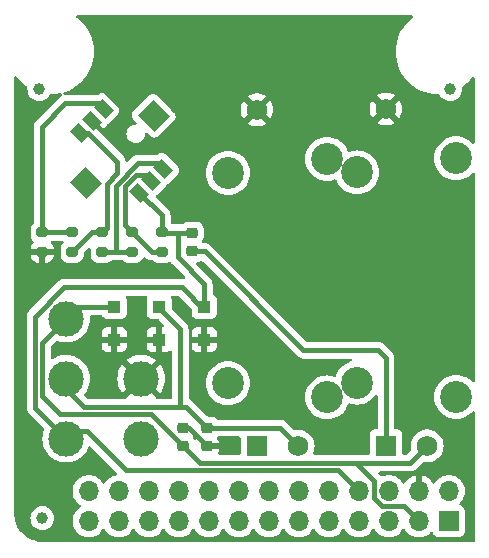
<source format=gbr>
G04 #@! TF.GenerationSoftware,KiCad,Pcbnew,7.0.9*
G04 #@! TF.CreationDate,2025-01-29T12:58:33-06:00*
G04 #@! TF.ProjectId,powertrain,706f7765-7274-4726-9169-6e2e6b696361,rev?*
G04 #@! TF.SameCoordinates,Original*
G04 #@! TF.FileFunction,Copper,L1,Top*
G04 #@! TF.FilePolarity,Positive*
%FSLAX46Y46*%
G04 Gerber Fmt 4.6, Leading zero omitted, Abs format (unit mm)*
G04 Created by KiCad (PCBNEW 7.0.9) date 2025-01-29 12:58:33*
%MOMM*%
%LPD*%
G01*
G04 APERTURE LIST*
G04 Aperture macros list*
%AMRoundRect*
0 Rectangle with rounded corners*
0 $1 Rounding radius*
0 $2 $3 $4 $5 $6 $7 $8 $9 X,Y pos of 4 corners*
0 Add a 4 corners polygon primitive as box body*
4,1,4,$2,$3,$4,$5,$6,$7,$8,$9,$2,$3,0*
0 Add four circle primitives for the rounded corners*
1,1,$1+$1,$2,$3*
1,1,$1+$1,$4,$5*
1,1,$1+$1,$6,$7*
1,1,$1+$1,$8,$9*
0 Add four rect primitives between the rounded corners*
20,1,$1+$1,$2,$3,$4,$5,0*
20,1,$1+$1,$4,$5,$6,$7,0*
20,1,$1+$1,$6,$7,$8,$9,0*
20,1,$1+$1,$8,$9,$2,$3,0*%
%AMRotRect*
0 Rectangle, with rotation*
0 The origin of the aperture is its center*
0 $1 length*
0 $2 width*
0 $3 Rotation angle, in degrees counterclockwise*
0 Add horizontal line*
21,1,$1,$2,0,0,$3*%
G04 Aperture macros list end*
G04 #@! TA.AperFunction,ComponentPad*
%ADD10R,1.750000X1.750000*%
G04 #@! TD*
G04 #@! TA.AperFunction,ComponentPad*
%ADD11C,1.750000*%
G04 #@! TD*
G04 #@! TA.AperFunction,ComponentPad*
%ADD12C,2.700000*%
G04 #@! TD*
G04 #@! TA.AperFunction,ComponentPad*
%ADD13C,3.000000*%
G04 #@! TD*
G04 #@! TA.AperFunction,SMDPad,CuDef*
%ADD14RoundRect,0.200000X0.275000X-0.200000X0.275000X0.200000X-0.275000X0.200000X-0.275000X-0.200000X0*%
G04 #@! TD*
G04 #@! TA.AperFunction,SMDPad,CuDef*
%ADD15RoundRect,0.200000X-0.275000X0.200000X-0.275000X-0.200000X0.275000X-0.200000X0.275000X0.200000X0*%
G04 #@! TD*
G04 #@! TA.AperFunction,SMDPad,CuDef*
%ADD16RoundRect,0.225000X0.250000X-0.225000X0.250000X0.225000X-0.250000X0.225000X-0.250000X-0.225000X0*%
G04 #@! TD*
G04 #@! TA.AperFunction,ComponentPad*
%ADD17R,1.700000X1.700000*%
G04 #@! TD*
G04 #@! TA.AperFunction,ComponentPad*
%ADD18O,1.700000X1.700000*%
G04 #@! TD*
G04 #@! TA.AperFunction,SMDPad,CuDef*
%ADD19RoundRect,0.225000X-0.250000X0.225000X-0.250000X-0.225000X0.250000X-0.225000X0.250000X0.225000X0*%
G04 #@! TD*
G04 #@! TA.AperFunction,SMDPad,CuDef*
%ADD20RoundRect,0.218750X0.256250X-0.218750X0.256250X0.218750X-0.256250X0.218750X-0.256250X-0.218750X0*%
G04 #@! TD*
G04 #@! TA.AperFunction,SMDPad,CuDef*
%ADD21R,1.100000X1.100000*%
G04 #@! TD*
G04 #@! TA.AperFunction,SMDPad,CuDef*
%ADD22RotRect,2.000000X1.800000X135.000000*%
G04 #@! TD*
G04 #@! TA.AperFunction,SMDPad,CuDef*
%ADD23RotRect,1.350000X1.000000X135.000000*%
G04 #@! TD*
G04 #@! TA.AperFunction,SMDPad,CuDef*
%ADD24C,1.000000*%
G04 #@! TD*
G04 #@! TA.AperFunction,ViaPad*
%ADD25C,0.800000*%
G04 #@! TD*
G04 #@! TA.AperFunction,Conductor*
%ADD26C,0.400000*%
G04 #@! TD*
G04 APERTURE END LIST*
D10*
X63900000Y-57116000D03*
D11*
X67400000Y-57116000D03*
X63900000Y-28616000D03*
D12*
X69850000Y-52966000D03*
X61450000Y-51766000D03*
X61450000Y-33966000D03*
X69850000Y-32766000D03*
D13*
X43180000Y-56515000D03*
X36830000Y-51435000D03*
X36830000Y-56515000D03*
X36830000Y-46355000D03*
D14*
X37338000Y-40703000D03*
X37338000Y-39053000D03*
D15*
X44958000Y-39053000D03*
X44958000Y-40703000D03*
X34798000Y-39053000D03*
X34798000Y-40703000D03*
D14*
X39878000Y-40703000D03*
X39878000Y-39053000D03*
D15*
X42418000Y-39053000D03*
X42418000Y-40703000D03*
D10*
X52978000Y-57166000D03*
D11*
X56478000Y-57166000D03*
X52978000Y-28666000D03*
D12*
X58928000Y-53016000D03*
X50528000Y-51816000D03*
X50528000Y-34016000D03*
X58928000Y-32816000D03*
D13*
X43180000Y-51435000D03*
D16*
X46736000Y-57163000D03*
X46736000Y-55613000D03*
D17*
X69215000Y-63500000D03*
D18*
X69215000Y-60960000D03*
X66675000Y-63500000D03*
X66675000Y-60960000D03*
X64135000Y-63500000D03*
X64135000Y-60960000D03*
X61595000Y-63500000D03*
X61595000Y-60960000D03*
X59055000Y-63500000D03*
X59055000Y-60960000D03*
X56515000Y-63500000D03*
X56515000Y-60960000D03*
X53975000Y-63500000D03*
X53975000Y-60960000D03*
X51435000Y-63500000D03*
X51435000Y-60960000D03*
X48895000Y-63500000D03*
X48895000Y-60960000D03*
X46355000Y-63500000D03*
X46355000Y-60960000D03*
X43815000Y-63500000D03*
X43815000Y-60960000D03*
X41275000Y-63500000D03*
X41275000Y-60960000D03*
X38735000Y-63500000D03*
X38735000Y-60960000D03*
D19*
X48768000Y-55613000D03*
X48768000Y-57163000D03*
D20*
X47498000Y-40665500D03*
X47498000Y-39090500D03*
D21*
X44704000Y-45336000D03*
X44704000Y-48136000D03*
X40894000Y-45336000D03*
X40894000Y-48136000D03*
X48514000Y-45336000D03*
X48514000Y-48136000D03*
D22*
X38502862Y-34903138D03*
X44230427Y-29175573D03*
D23*
X43028346Y-35680955D03*
X44035973Y-34673328D03*
X45043600Y-33665701D03*
X37972532Y-30625142D03*
X38980159Y-29617515D03*
X39987786Y-28609887D03*
D24*
X34798000Y-63246000D03*
X34544000Y-26924000D03*
X69342000Y-26924000D03*
D25*
X40640000Y-22860000D03*
X34798000Y-60960000D03*
X35306000Y-43434000D03*
X60198000Y-55118000D03*
X51054000Y-45466000D03*
X63500000Y-22860000D03*
X49022000Y-31750000D03*
X51054000Y-57150000D03*
D26*
X47218000Y-55613000D02*
X48768000Y-57163000D01*
X46736000Y-55613000D02*
X47218000Y-55613000D01*
X63900000Y-57116000D02*
X63900000Y-49676000D01*
X56896000Y-49022000D02*
X48539500Y-40665500D01*
X48539500Y-40665500D02*
X47498000Y-40665500D01*
X63900000Y-49676000D02*
X63246000Y-49022000D01*
X56985998Y-49022000D02*
X63246000Y-49022000D01*
X47003000Y-53848000D02*
X48768000Y-55613000D01*
X46482000Y-53848000D02*
X47003000Y-53848000D01*
X38354000Y-53848000D02*
X36830000Y-52324000D01*
X56478000Y-57166000D02*
X54925000Y-55613000D01*
X36830000Y-52324000D02*
X36830000Y-51435000D01*
X46482000Y-47244000D02*
X46482000Y-53848000D01*
X54925000Y-55613000D02*
X49276000Y-55613000D01*
X46482000Y-53848000D02*
X38354000Y-53848000D01*
X44704000Y-45466000D02*
X46482000Y-47244000D01*
X44704000Y-45336000D02*
X44704000Y-45466000D01*
X65934011Y-58581989D02*
X61375989Y-58581989D01*
X67400000Y-57116000D02*
X65934011Y-58581989D01*
X48154989Y-58581989D02*
X61375989Y-58581989D01*
X62865000Y-60071000D02*
X62865000Y-61540002D01*
X65405000Y-62230000D02*
X66675000Y-63500000D01*
X46736000Y-57163000D02*
X44021010Y-54448010D01*
X40894000Y-45336000D02*
X37849000Y-45336000D01*
X44021010Y-54448010D02*
X36341509Y-54448010D01*
X37849000Y-45336000D02*
X36830000Y-46355000D01*
X34798000Y-52904501D02*
X34798000Y-48387000D01*
X63554998Y-62230000D02*
X65405000Y-62230000D01*
X62865000Y-61540002D02*
X63554998Y-62230000D01*
X34798000Y-48387000D02*
X36830000Y-46355000D01*
X61375989Y-58581989D02*
X62865000Y-60071000D01*
X36341509Y-54448010D02*
X34798000Y-52904501D01*
X46736000Y-57163000D02*
X48154989Y-58581989D01*
X38608000Y-55880000D02*
X37465000Y-55880000D01*
X37465000Y-55880000D02*
X36830000Y-56515000D01*
X34197991Y-46175007D02*
X36684998Y-43688000D01*
X61595000Y-60960000D02*
X59817000Y-59182000D01*
X44958000Y-37610609D02*
X43028346Y-35680955D01*
X46612000Y-43688000D02*
X48514000Y-45590000D01*
X36684998Y-43688000D02*
X46612000Y-43688000D01*
X48514000Y-45590000D02*
X48514000Y-43434000D01*
X41910000Y-59182000D02*
X38608000Y-55880000D01*
X46253500Y-39090500D02*
X44995500Y-39090500D01*
X34197991Y-53882991D02*
X34197991Y-46175007D01*
X44958000Y-39053000D02*
X44958000Y-37610609D01*
X48514000Y-43434000D02*
X46253500Y-41173500D01*
X46253500Y-41173500D02*
X46253500Y-39090500D01*
X47498000Y-39090500D02*
X46253500Y-39090500D01*
X44995500Y-39090500D02*
X44958000Y-39053000D01*
X36830000Y-56515000D02*
X34197991Y-53882991D01*
X59817000Y-59182000D02*
X41910000Y-59182000D01*
X44068000Y-40703000D02*
X42418000Y-39053000D01*
X42765969Y-34196031D02*
X43558676Y-34196031D01*
X44958000Y-40703000D02*
X44068000Y-40703000D01*
X42418000Y-39053000D02*
X41797486Y-38432486D01*
X41797486Y-35164514D02*
X42765969Y-34196031D01*
X41797486Y-38432486D02*
X41797486Y-35164514D01*
X43558676Y-34196031D02*
X44035973Y-34673328D01*
X41021000Y-35092457D02*
X42925053Y-33188404D01*
X42925053Y-33188404D02*
X44566303Y-33188404D01*
X42418000Y-40703000D02*
X40957000Y-40703000D01*
X40957000Y-40703000D02*
X39878000Y-40703000D01*
X44566303Y-33188404D02*
X45043600Y-33665701D01*
X40957000Y-40703000D02*
X41021000Y-40639000D01*
X41021000Y-40639000D02*
X41021000Y-35092457D01*
X40259000Y-34925000D02*
X41148000Y-34036000D01*
X39878000Y-39053000D02*
X38988000Y-39053000D01*
X40259000Y-38672000D02*
X40259000Y-34925000D01*
X41148000Y-33058164D02*
X38714978Y-30625142D01*
X38714978Y-30625142D02*
X37972532Y-30625142D01*
X41148000Y-34036000D02*
X41148000Y-33058164D01*
X38988000Y-39053000D02*
X37338000Y-40703000D01*
X39878000Y-39053000D02*
X40259000Y-38672000D01*
X39987786Y-28609887D02*
X39510489Y-28132590D01*
X36764410Y-28132590D02*
X34798000Y-30099000D01*
X34798000Y-30099000D02*
X34798000Y-39053000D01*
X39510489Y-28132590D02*
X36764410Y-28132590D01*
X37338000Y-39053000D02*
X34798000Y-39053000D01*
G04 #@! TA.AperFunction,Conductor*
G36*
X66143386Y-20670502D02*
G01*
X66189879Y-20724158D01*
X66199983Y-20794432D01*
X66170489Y-20859012D01*
X66154559Y-20874420D01*
X65913493Y-21069631D01*
X65913477Y-21069645D01*
X65646645Y-21336477D01*
X65646631Y-21336493D01*
X65409143Y-21629765D01*
X65409131Y-21629782D01*
X65203595Y-21946282D01*
X65203591Y-21946288D01*
X65032265Y-22282536D01*
X65032261Y-22282544D01*
X64897023Y-22634850D01*
X64799346Y-22999388D01*
X64740308Y-23372137D01*
X64720559Y-23748993D01*
X64720559Y-23749006D01*
X64740308Y-24125862D01*
X64799346Y-24498611D01*
X64897023Y-24863149D01*
X65032261Y-25215455D01*
X65032265Y-25215463D01*
X65203597Y-25551720D01*
X65409131Y-25868217D01*
X65409143Y-25868234D01*
X65646631Y-26161506D01*
X65646645Y-26161522D01*
X65913477Y-26428354D01*
X65913485Y-26428361D01*
X65913489Y-26428365D01*
X65913493Y-26428368D01*
X66206765Y-26665856D01*
X66206782Y-26665868D01*
X66332716Y-26747650D01*
X66523280Y-26871403D01*
X66859535Y-27042734D01*
X66859539Y-27042735D01*
X66859544Y-27042738D01*
X67211850Y-27177976D01*
X67211855Y-27177977D01*
X67211857Y-27177978D01*
X67576387Y-27275653D01*
X67949129Y-27334690D01*
X67949131Y-27334690D01*
X67949137Y-27334691D01*
X68231713Y-27349500D01*
X68359458Y-27349500D01*
X68427579Y-27369502D01*
X68470580Y-27416104D01*
X68485260Y-27443568D01*
X68506090Y-27482538D01*
X68631117Y-27634883D01*
X68783462Y-27759910D01*
X68957273Y-27852814D01*
X69145868Y-27910024D01*
X69145872Y-27910024D01*
X69145874Y-27910025D01*
X69341997Y-27929341D01*
X69342000Y-27929341D01*
X69342003Y-27929341D01*
X69538124Y-27910025D01*
X69538126Y-27910025D01*
X69538127Y-27910024D01*
X69538132Y-27910024D01*
X69726727Y-27852814D01*
X69900538Y-27759910D01*
X70052883Y-27634883D01*
X70177910Y-27482538D01*
X70270814Y-27308727D01*
X70328024Y-27120132D01*
X70347341Y-26924000D01*
X70342160Y-26871402D01*
X70336842Y-26817404D01*
X70350070Y-26747650D01*
X70393609Y-26699381D01*
X70445225Y-26665863D01*
X70738511Y-26428365D01*
X71005365Y-26161511D01*
X71127611Y-26010549D01*
X71200580Y-25920441D01*
X71258994Y-25880089D01*
X71329951Y-25877723D01*
X71390923Y-25914096D01*
X71422551Y-25977658D01*
X71424500Y-25999735D01*
X71424500Y-31407994D01*
X71404498Y-31476115D01*
X71350842Y-31522608D01*
X71280568Y-31532712D01*
X71215988Y-31503218D01*
X71209405Y-31497089D01*
X71070177Y-31357861D01*
X71070168Y-31357853D01*
X71000894Y-31305995D01*
X70857347Y-31198537D01*
X70715587Y-31121130D01*
X70624020Y-31071130D01*
X70374929Y-30978225D01*
X70115170Y-30921718D01*
X70115172Y-30921718D01*
X69850000Y-30902753D01*
X69584828Y-30921718D01*
X69325071Y-30978225D01*
X69325070Y-30978225D01*
X69075979Y-31071130D01*
X68842653Y-31198537D01*
X68629831Y-31357853D01*
X68629822Y-31357861D01*
X68441861Y-31545822D01*
X68441853Y-31545831D01*
X68282537Y-31758653D01*
X68155130Y-31991979D01*
X68062225Y-32241070D01*
X68062225Y-32241071D01*
X68005718Y-32500828D01*
X67986753Y-32766000D01*
X68005718Y-33031171D01*
X68062225Y-33290928D01*
X68062225Y-33290929D01*
X68155130Y-33540020D01*
X68212296Y-33644710D01*
X68282537Y-33773347D01*
X68426755Y-33966000D01*
X68441853Y-33986168D01*
X68441861Y-33986177D01*
X68629822Y-34174138D01*
X68629831Y-34174146D01*
X68629833Y-34174148D01*
X68842653Y-34333463D01*
X69075979Y-34460869D01*
X69325063Y-34553772D01*
X69325066Y-34553772D01*
X69325070Y-34553774D01*
X69475400Y-34586476D01*
X69584832Y-34610282D01*
X69850000Y-34629247D01*
X70115168Y-34610282D01*
X70374928Y-34553774D01*
X70374929Y-34553774D01*
X70374930Y-34553773D01*
X70374937Y-34553772D01*
X70624021Y-34460869D01*
X70857347Y-34333463D01*
X71070167Y-34174148D01*
X71129707Y-34114608D01*
X71209405Y-34034911D01*
X71271717Y-34000885D01*
X71342532Y-34005950D01*
X71399368Y-34048497D01*
X71424179Y-34115017D01*
X71424500Y-34124006D01*
X71424500Y-51607994D01*
X71404498Y-51676115D01*
X71350842Y-51722608D01*
X71280568Y-51732712D01*
X71215988Y-51703218D01*
X71209405Y-51697089D01*
X71070177Y-51557861D01*
X71070168Y-51557853D01*
X70964707Y-51478906D01*
X70857347Y-51398537D01*
X70679442Y-51301393D01*
X70624020Y-51271130D01*
X70374929Y-51178225D01*
X70115170Y-51121718D01*
X70115172Y-51121718D01*
X69850000Y-51102753D01*
X69584828Y-51121718D01*
X69325071Y-51178225D01*
X69325070Y-51178225D01*
X69075979Y-51271130D01*
X68842653Y-51398537D01*
X68629831Y-51557853D01*
X68629822Y-51557861D01*
X68441861Y-51745822D01*
X68441853Y-51745831D01*
X68282537Y-51958653D01*
X68155130Y-52191979D01*
X68062225Y-52441070D01*
X68062225Y-52441071D01*
X68005718Y-52700828D01*
X67986753Y-52966000D01*
X68005718Y-53231171D01*
X68062225Y-53490928D01*
X68062225Y-53490929D01*
X68155130Y-53740020D01*
X68182433Y-53790021D01*
X68282537Y-53973347D01*
X68419295Y-54156034D01*
X68441853Y-54186168D01*
X68441861Y-54186177D01*
X68629822Y-54374138D01*
X68629831Y-54374146D01*
X68629833Y-54374148D01*
X68842653Y-54533463D01*
X69075979Y-54660869D01*
X69325063Y-54753772D01*
X69325066Y-54753772D01*
X69325070Y-54753774D01*
X69475400Y-54786476D01*
X69584832Y-54810282D01*
X69850000Y-54829247D01*
X70115168Y-54810282D01*
X70374928Y-54753774D01*
X70374929Y-54753774D01*
X70374930Y-54753773D01*
X70374937Y-54753772D01*
X70624021Y-54660869D01*
X70857347Y-54533463D01*
X71070167Y-54374148D01*
X71139669Y-54304646D01*
X71209405Y-54234911D01*
X71271717Y-54200885D01*
X71342532Y-54205950D01*
X71399368Y-54248497D01*
X71424179Y-54315017D01*
X71424500Y-54324006D01*
X71424500Y-65168500D01*
X71404498Y-65236621D01*
X71350842Y-65283114D01*
X71298500Y-65294500D01*
X34926903Y-65294500D01*
X34923099Y-65294385D01*
X34876853Y-65291587D01*
X34625718Y-65276396D01*
X34618159Y-65275478D01*
X34432486Y-65241452D01*
X34326990Y-65222120D01*
X34319600Y-65220298D01*
X34036984Y-65132231D01*
X34029864Y-65129531D01*
X33759930Y-65008043D01*
X33753193Y-65004507D01*
X33602886Y-64913644D01*
X33499858Y-64851362D01*
X33493602Y-64847043D01*
X33260575Y-64664478D01*
X33254884Y-64659436D01*
X33045562Y-64450114D01*
X33040521Y-64444424D01*
X33034421Y-64436638D01*
X32857953Y-64211394D01*
X32853639Y-64205144D01*
X32703561Y-63956883D01*
X32700492Y-63951806D01*
X32696959Y-63945075D01*
X32575464Y-63675125D01*
X32572768Y-63668015D01*
X32502378Y-63442126D01*
X32484699Y-63385394D01*
X32482882Y-63378021D01*
X32458689Y-63246003D01*
X33792659Y-63246003D01*
X33811974Y-63442124D01*
X33811974Y-63442126D01*
X33869186Y-63630728D01*
X33919238Y-63724368D01*
X33962090Y-63804538D01*
X34087117Y-63956883D01*
X34239462Y-64081910D01*
X34413273Y-64174814D01*
X34601868Y-64232024D01*
X34601872Y-64232024D01*
X34601874Y-64232025D01*
X34797997Y-64251341D01*
X34798000Y-64251341D01*
X34798003Y-64251341D01*
X34994124Y-64232025D01*
X34994126Y-64232025D01*
X34994127Y-64232024D01*
X34994132Y-64232024D01*
X35182727Y-64174814D01*
X35356538Y-64081910D01*
X35508883Y-63956883D01*
X35633910Y-63804538D01*
X35726814Y-63630727D01*
X35784024Y-63442132D01*
X35800423Y-63275632D01*
X35803341Y-63246003D01*
X35803341Y-63245996D01*
X35784025Y-63049875D01*
X35784025Y-63049873D01*
X35784024Y-63049870D01*
X35784024Y-63049868D01*
X35726814Y-62861273D01*
X35633910Y-62687462D01*
X35508883Y-62535117D01*
X35356538Y-62410090D01*
X35260602Y-62358811D01*
X35182728Y-62317186D01*
X34994125Y-62259974D01*
X34798003Y-62240659D01*
X34797997Y-62240659D01*
X34601875Y-62259974D01*
X34601873Y-62259974D01*
X34413271Y-62317186D01*
X34239461Y-62410090D01*
X34087117Y-62535117D01*
X33962090Y-62687461D01*
X33869186Y-62861271D01*
X33811974Y-63049873D01*
X33811974Y-63049875D01*
X33792659Y-63245996D01*
X33792659Y-63246003D01*
X32458689Y-63246003D01*
X32429520Y-63086833D01*
X32428604Y-63079291D01*
X32410614Y-62781900D01*
X32410500Y-62778097D01*
X32410500Y-40957000D01*
X33815001Y-40957000D01*
X33815001Y-40960221D01*
X33821481Y-41031553D01*
X33872633Y-41195706D01*
X33961578Y-41342840D01*
X33961586Y-41342850D01*
X34083149Y-41464413D01*
X34083159Y-41464421D01*
X34230293Y-41553366D01*
X34394447Y-41604518D01*
X34465777Y-41610999D01*
X34543999Y-41610998D01*
X34544000Y-41610998D01*
X34544000Y-40957000D01*
X35052000Y-40957000D01*
X35052000Y-41610999D01*
X35130222Y-41610999D01*
X35201553Y-41604518D01*
X35365706Y-41553366D01*
X35512840Y-41464421D01*
X35512850Y-41464413D01*
X35634413Y-41342850D01*
X35634421Y-41342840D01*
X35723366Y-41195706D01*
X35774518Y-41031553D01*
X35774518Y-41031552D01*
X35781000Y-40960222D01*
X35781000Y-40957000D01*
X35052000Y-40957000D01*
X34544000Y-40957000D01*
X33815001Y-40957000D01*
X32410500Y-40957000D01*
X32410500Y-25935365D01*
X32430502Y-25867244D01*
X32484158Y-25820751D01*
X32554432Y-25810647D01*
X32619012Y-25840141D01*
X32641155Y-25865572D01*
X32641191Y-25865547D01*
X32641484Y-25865950D01*
X32642176Y-25866745D01*
X32643136Y-25868224D01*
X32643143Y-25868234D01*
X32880631Y-26161506D01*
X32880645Y-26161522D01*
X33147477Y-26428354D01*
X33147485Y-26428361D01*
X33147489Y-26428365D01*
X33147493Y-26428368D01*
X33440768Y-26665858D01*
X33440779Y-26665866D01*
X33492387Y-26699380D01*
X33538625Y-26753256D01*
X33549157Y-26817403D01*
X33538659Y-26923996D01*
X33538659Y-26924003D01*
X33557974Y-27120124D01*
X33557974Y-27120126D01*
X33615186Y-27308728D01*
X33687260Y-27443568D01*
X33708090Y-27482538D01*
X33833117Y-27634883D01*
X33985462Y-27759910D01*
X34159273Y-27852814D01*
X34347868Y-27910024D01*
X34347872Y-27910024D01*
X34347874Y-27910025D01*
X34543997Y-27929341D01*
X34544000Y-27929341D01*
X34544003Y-27929341D01*
X34740124Y-27910025D01*
X34740126Y-27910025D01*
X34740127Y-27910024D01*
X34740132Y-27910024D01*
X34928727Y-27852814D01*
X35102538Y-27759910D01*
X35254883Y-27634883D01*
X35379910Y-27482538D01*
X35385073Y-27472876D01*
X35415419Y-27416105D01*
X35465170Y-27365456D01*
X35526541Y-27349500D01*
X35654287Y-27349500D01*
X35936862Y-27334691D01*
X35936866Y-27334690D01*
X35936871Y-27334690D01*
X36309613Y-27275653D01*
X36342623Y-27266808D01*
X36413600Y-27268496D01*
X36472396Y-27308290D01*
X36500345Y-27373554D01*
X36488572Y-27443568D01*
X36440816Y-27496102D01*
X36433793Y-27500080D01*
X36432740Y-27500632D01*
X36424339Y-27506431D01*
X36404484Y-27517629D01*
X36395187Y-27521813D01*
X36395186Y-27521814D01*
X36345824Y-27560485D01*
X36342761Y-27562739D01*
X36291137Y-27598373D01*
X36291137Y-27598374D01*
X36249536Y-27645330D01*
X36246928Y-27648101D01*
X34313511Y-29581518D01*
X34310740Y-29584126D01*
X34263784Y-29625726D01*
X34228157Y-29677339D01*
X34225904Y-29680401D01*
X34187227Y-29729769D01*
X34187222Y-29729779D01*
X34183035Y-29739080D01*
X34171846Y-29758921D01*
X34166045Y-29767326D01*
X34143807Y-29825961D01*
X34142351Y-29829476D01*
X34116613Y-29886665D01*
X34116609Y-29886678D01*
X34114770Y-29896711D01*
X34108651Y-29918661D01*
X34105034Y-29928199D01*
X34097476Y-29990441D01*
X34096904Y-29994201D01*
X34086123Y-30053041D01*
X34085598Y-30055907D01*
X34087716Y-30090927D01*
X34089385Y-30118508D01*
X34089500Y-30122313D01*
X34089500Y-38232338D01*
X34069498Y-38300459D01*
X34052595Y-38321433D01*
X33961188Y-38412839D01*
X33961184Y-38412844D01*
X33872172Y-38560088D01*
X33872170Y-38560093D01*
X33820986Y-38724353D01*
X33814500Y-38795737D01*
X33814500Y-39310261D01*
X33820986Y-39381646D01*
X33820986Y-39381647D01*
X33872170Y-39545906D01*
X33872172Y-39545911D01*
X33872173Y-39545913D01*
X33961184Y-39693155D01*
X33961188Y-39693160D01*
X34057287Y-39789259D01*
X34091313Y-39851571D01*
X34086248Y-39922386D01*
X34057287Y-39967449D01*
X33961586Y-40063149D01*
X33961578Y-40063159D01*
X33872633Y-40210293D01*
X33821481Y-40374446D01*
X33821481Y-40374447D01*
X33815000Y-40445777D01*
X33815000Y-40449000D01*
X35780999Y-40449000D01*
X35780999Y-40445778D01*
X35774518Y-40374446D01*
X35723366Y-40210293D01*
X35634421Y-40063159D01*
X35634413Y-40063149D01*
X35547859Y-39976595D01*
X35513833Y-39914283D01*
X35518898Y-39843468D01*
X35561445Y-39786632D01*
X35627965Y-39761821D01*
X35636954Y-39761500D01*
X36498338Y-39761500D01*
X36566459Y-39781502D01*
X36612952Y-39835158D01*
X36623056Y-39905432D01*
X36593562Y-39970012D01*
X36587433Y-39976595D01*
X36501188Y-40062839D01*
X36501184Y-40062844D01*
X36412172Y-40210088D01*
X36412170Y-40210093D01*
X36360986Y-40374353D01*
X36354500Y-40445737D01*
X36354500Y-40960261D01*
X36360986Y-41031646D01*
X36360986Y-41031647D01*
X36412170Y-41195906D01*
X36412172Y-41195911D01*
X36412173Y-41195913D01*
X36459329Y-41273919D01*
X36501184Y-41343155D01*
X36501188Y-41343160D01*
X36622839Y-41464811D01*
X36622844Y-41464815D01*
X36622845Y-41464816D01*
X36770087Y-41553827D01*
X36934351Y-41605013D01*
X37005735Y-41611500D01*
X37670264Y-41611499D01*
X37741649Y-41605013D01*
X37905913Y-41553827D01*
X38053155Y-41464816D01*
X38174816Y-41343155D01*
X38263827Y-41195913D01*
X38315013Y-41031649D01*
X38321500Y-40960265D01*
X38321499Y-40773660D01*
X38341501Y-40705540D01*
X38358399Y-40684569D01*
X38679405Y-40363563D01*
X38741717Y-40329539D01*
X38812533Y-40334604D01*
X38869368Y-40377151D01*
X38894179Y-40443671D01*
X38894500Y-40452660D01*
X38894500Y-40960261D01*
X38900986Y-41031646D01*
X38900986Y-41031647D01*
X38952170Y-41195906D01*
X38952172Y-41195911D01*
X38952173Y-41195913D01*
X38999329Y-41273919D01*
X39041184Y-41343155D01*
X39041188Y-41343160D01*
X39162839Y-41464811D01*
X39162844Y-41464815D01*
X39162845Y-41464816D01*
X39310087Y-41553827D01*
X39474351Y-41605013D01*
X39545735Y-41611500D01*
X40210264Y-41611499D01*
X40281649Y-41605013D01*
X40445913Y-41553827D01*
X40593155Y-41464816D01*
X40599371Y-41458600D01*
X40609567Y-41448405D01*
X40671879Y-41414379D01*
X40698662Y-41411500D01*
X40914141Y-41411500D01*
X40933685Y-41411500D01*
X40937488Y-41411614D01*
X41000093Y-41415402D01*
X41010123Y-41413563D01*
X41032835Y-41411500D01*
X41597338Y-41411500D01*
X41665459Y-41431502D01*
X41686433Y-41448405D01*
X41702839Y-41464811D01*
X41702844Y-41464815D01*
X41702845Y-41464816D01*
X41850087Y-41553827D01*
X42014351Y-41605013D01*
X42085735Y-41611500D01*
X42750264Y-41611499D01*
X42821649Y-41605013D01*
X42985913Y-41553827D01*
X43133155Y-41464816D01*
X43254816Y-41343155D01*
X43341674Y-41199473D01*
X43394030Y-41151528D01*
X43464000Y-41139498D01*
X43529366Y-41167207D01*
X43538595Y-41175566D01*
X43550541Y-41187512D01*
X43553127Y-41190258D01*
X43594727Y-41237215D01*
X43646360Y-41272855D01*
X43649375Y-41275073D01*
X43698774Y-41313775D01*
X43708070Y-41317958D01*
X43727935Y-41329163D01*
X43736320Y-41334951D01*
X43736322Y-41334952D01*
X43736325Y-41334954D01*
X43757950Y-41343155D01*
X43794967Y-41357194D01*
X43798485Y-41358651D01*
X43855669Y-41384388D01*
X43865696Y-41386225D01*
X43887662Y-41392347D01*
X43897199Y-41395965D01*
X43959473Y-41403525D01*
X43963216Y-41404095D01*
X44024907Y-41415401D01*
X44087502Y-41411614D01*
X44091302Y-41411500D01*
X44137338Y-41411500D01*
X44205459Y-41431502D01*
X44226433Y-41448405D01*
X44242839Y-41464811D01*
X44242844Y-41464815D01*
X44242845Y-41464816D01*
X44390087Y-41553827D01*
X44554351Y-41605013D01*
X44625735Y-41611500D01*
X45290264Y-41611499D01*
X45361649Y-41605013D01*
X45525913Y-41553827D01*
X45525922Y-41553821D01*
X45528680Y-41552581D01*
X45530891Y-41552275D01*
X45533190Y-41551559D01*
X45533309Y-41551941D01*
X45599008Y-41542860D01*
X45663427Y-41572705D01*
X45679595Y-41589787D01*
X45681408Y-41592102D01*
X45683656Y-41595159D01*
X45718032Y-41644959D01*
X45719285Y-41646773D01*
X45766250Y-41688380D01*
X45768994Y-41690964D01*
X46854991Y-42776961D01*
X46889017Y-42839273D01*
X46883952Y-42910088D01*
X46841405Y-42966924D01*
X46774885Y-42991735D01*
X46750709Y-42991137D01*
X46723426Y-42987824D01*
X46720541Y-42987474D01*
X46716786Y-42986902D01*
X46675760Y-42979385D01*
X46655094Y-42975598D01*
X46655093Y-42975598D01*
X46592488Y-42979385D01*
X46588685Y-42979500D01*
X36708313Y-42979500D01*
X36704509Y-42979385D01*
X36641905Y-42975598D01*
X36641904Y-42975598D01*
X36580199Y-42986904D01*
X36576439Y-42987476D01*
X36514197Y-42995034D01*
X36504659Y-42998651D01*
X36482709Y-43004770D01*
X36472676Y-43006609D01*
X36472663Y-43006613D01*
X36415474Y-43032351D01*
X36411959Y-43033807D01*
X36353324Y-43056045D01*
X36344919Y-43061846D01*
X36325078Y-43073035D01*
X36315777Y-43077222D01*
X36315767Y-43077227D01*
X36266399Y-43115904D01*
X36263337Y-43118157D01*
X36211724Y-43153784D01*
X36170124Y-43200740D01*
X36167516Y-43203511D01*
X33713502Y-45657525D01*
X33710731Y-45660133D01*
X33663775Y-45701733D01*
X33628148Y-45753346D01*
X33625895Y-45756408D01*
X33587218Y-45805776D01*
X33587213Y-45805786D01*
X33583026Y-45815087D01*
X33571837Y-45834928D01*
X33566036Y-45843333D01*
X33543798Y-45901968D01*
X33542342Y-45905483D01*
X33516604Y-45962672D01*
X33516600Y-45962685D01*
X33514761Y-45972718D01*
X33508642Y-45994668D01*
X33505025Y-46004206D01*
X33497467Y-46066448D01*
X33496895Y-46070208D01*
X33485589Y-46131913D01*
X33489376Y-46194515D01*
X33489491Y-46198320D01*
X33489491Y-53859676D01*
X33489376Y-53863479D01*
X33485589Y-53926084D01*
X33496893Y-53987773D01*
X33497466Y-53991535D01*
X33505024Y-54053785D01*
X33505025Y-54053789D01*
X33508641Y-54063324D01*
X33514762Y-54085280D01*
X33516603Y-54095323D01*
X33542344Y-54152519D01*
X33543800Y-54156034D01*
X33555229Y-54186167D01*
X33566037Y-54214666D01*
X33571831Y-54223060D01*
X33583026Y-54242910D01*
X33587214Y-54252213D01*
X33587216Y-54252217D01*
X33611440Y-54283137D01*
X33625890Y-54301581D01*
X33628145Y-54304646D01*
X33663774Y-54356262D01*
X33663775Y-54356263D01*
X33663776Y-54356264D01*
X33710741Y-54397871D01*
X33713485Y-54400455D01*
X34353929Y-55040899D01*
X34938333Y-55625303D01*
X34972359Y-55687615D01*
X34967963Y-55756592D01*
X34891464Y-55971840D01*
X34891460Y-55971853D01*
X34858224Y-56131795D01*
X34850968Y-56166716D01*
X34835557Y-56240877D01*
X34835556Y-56240883D01*
X34816807Y-56514995D01*
X34816807Y-56515004D01*
X34835556Y-56789116D01*
X34835557Y-56789122D01*
X34835558Y-56789130D01*
X34866217Y-56936670D01*
X34891460Y-57058146D01*
X34891462Y-57058154D01*
X34974216Y-57291000D01*
X34983477Y-57317058D01*
X35097615Y-57537336D01*
X35109892Y-57561028D01*
X35113936Y-57566757D01*
X35268343Y-57785502D01*
X35455889Y-57986314D01*
X35669031Y-58159718D01*
X35903800Y-58302484D01*
X35903802Y-58302485D01*
X35966154Y-58329568D01*
X36155823Y-58411953D01*
X36420404Y-58486085D01*
X36515504Y-58499156D01*
X36692604Y-58523499D01*
X36692615Y-58523500D01*
X36967385Y-58523500D01*
X36967395Y-58523499D01*
X37096945Y-58505692D01*
X37239596Y-58486085D01*
X37504177Y-58411953D01*
X37756200Y-58302484D01*
X37990969Y-58159718D01*
X38204111Y-57986314D01*
X38391657Y-57785502D01*
X38550111Y-57561023D01*
X38676523Y-57317058D01*
X38705850Y-57234537D01*
X38747508Y-57177051D01*
X38813635Y-57151210D01*
X38883235Y-57165222D01*
X38913669Y-57187639D01*
X41130832Y-59404802D01*
X41164858Y-59467114D01*
X41159793Y-59537929D01*
X41117246Y-59594765D01*
X41062476Y-59618178D01*
X40940379Y-59638552D01*
X40940360Y-59638557D01*
X40727428Y-59711656D01*
X40727426Y-59711658D01*
X40529426Y-59818810D01*
X40529424Y-59818811D01*
X40351762Y-59957091D01*
X40199279Y-60122729D01*
X40110483Y-60258643D01*
X40056479Y-60304731D01*
X39986131Y-60314306D01*
X39921774Y-60284329D01*
X39899517Y-60258643D01*
X39810720Y-60122729D01*
X39664743Y-59964158D01*
X39658240Y-59957094D01*
X39658239Y-59957093D01*
X39658237Y-59957091D01*
X39572681Y-59890500D01*
X39480576Y-59818811D01*
X39282574Y-59711658D01*
X39282572Y-59711657D01*
X39282571Y-59711656D01*
X39069639Y-59638557D01*
X39069630Y-59638555D01*
X38992029Y-59625606D01*
X38847569Y-59601500D01*
X38622431Y-59601500D01*
X38477971Y-59625606D01*
X38400369Y-59638555D01*
X38400360Y-59638557D01*
X38187428Y-59711656D01*
X38187426Y-59711658D01*
X37989426Y-59818810D01*
X37989424Y-59818811D01*
X37811762Y-59957091D01*
X37659279Y-60122729D01*
X37659275Y-60122734D01*
X37536141Y-60311206D01*
X37445703Y-60517386D01*
X37445702Y-60517387D01*
X37390437Y-60735624D01*
X37390436Y-60735630D01*
X37390436Y-60735632D01*
X37371844Y-60960000D01*
X37389232Y-61169844D01*
X37390437Y-61184375D01*
X37445702Y-61402612D01*
X37445703Y-61402613D01*
X37445704Y-61402616D01*
X37531427Y-61598046D01*
X37536141Y-61608793D01*
X37659275Y-61797265D01*
X37659279Y-61797270D01*
X37811762Y-61962908D01*
X37866331Y-62005381D01*
X37989424Y-62101189D01*
X38022153Y-62118901D01*
X38022680Y-62119186D01*
X38073071Y-62169200D01*
X38088423Y-62238516D01*
X38063862Y-62305129D01*
X38022680Y-62340813D01*
X37989426Y-62358810D01*
X37989424Y-62358811D01*
X37811762Y-62497091D01*
X37659279Y-62662729D01*
X37659275Y-62662734D01*
X37536141Y-62851206D01*
X37445703Y-63057386D01*
X37445702Y-63057387D01*
X37390437Y-63275624D01*
X37390436Y-63275630D01*
X37390436Y-63275632D01*
X37371844Y-63500000D01*
X37386356Y-63675135D01*
X37390437Y-63724375D01*
X37445702Y-63942612D01*
X37445703Y-63942613D01*
X37445704Y-63942616D01*
X37506803Y-64081909D01*
X37536141Y-64148793D01*
X37659275Y-64337265D01*
X37659279Y-64337270D01*
X37811762Y-64502908D01*
X37866331Y-64545381D01*
X37989424Y-64641189D01*
X38187426Y-64748342D01*
X38187427Y-64748342D01*
X38187428Y-64748343D01*
X38299227Y-64786723D01*
X38400365Y-64821444D01*
X38622431Y-64858500D01*
X38622435Y-64858500D01*
X38847565Y-64858500D01*
X38847569Y-64858500D01*
X39069635Y-64821444D01*
X39282574Y-64748342D01*
X39480576Y-64641189D01*
X39658240Y-64502906D01*
X39810722Y-64337268D01*
X39899518Y-64201354D01*
X39953520Y-64155268D01*
X40023868Y-64145692D01*
X40088225Y-64175669D01*
X40110480Y-64201353D01*
X40143139Y-64251341D01*
X40199275Y-64337265D01*
X40199279Y-64337270D01*
X40351762Y-64502908D01*
X40406331Y-64545381D01*
X40529424Y-64641189D01*
X40727426Y-64748342D01*
X40727427Y-64748342D01*
X40727428Y-64748343D01*
X40839227Y-64786723D01*
X40940365Y-64821444D01*
X41162431Y-64858500D01*
X41162435Y-64858500D01*
X41387565Y-64858500D01*
X41387569Y-64858500D01*
X41609635Y-64821444D01*
X41822574Y-64748342D01*
X42020576Y-64641189D01*
X42198240Y-64502906D01*
X42350722Y-64337268D01*
X42439518Y-64201354D01*
X42493520Y-64155268D01*
X42563868Y-64145692D01*
X42628225Y-64175669D01*
X42650480Y-64201353D01*
X42683139Y-64251341D01*
X42739275Y-64337265D01*
X42739279Y-64337270D01*
X42891762Y-64502908D01*
X42946331Y-64545381D01*
X43069424Y-64641189D01*
X43267426Y-64748342D01*
X43267427Y-64748342D01*
X43267428Y-64748343D01*
X43379227Y-64786723D01*
X43480365Y-64821444D01*
X43702431Y-64858500D01*
X43702435Y-64858500D01*
X43927565Y-64858500D01*
X43927569Y-64858500D01*
X44149635Y-64821444D01*
X44362574Y-64748342D01*
X44560576Y-64641189D01*
X44738240Y-64502906D01*
X44890722Y-64337268D01*
X44979518Y-64201354D01*
X45033520Y-64155268D01*
X45103868Y-64145692D01*
X45168225Y-64175669D01*
X45190480Y-64201353D01*
X45223139Y-64251341D01*
X45279275Y-64337265D01*
X45279279Y-64337270D01*
X45431762Y-64502908D01*
X45486331Y-64545381D01*
X45609424Y-64641189D01*
X45807426Y-64748342D01*
X45807427Y-64748342D01*
X45807428Y-64748343D01*
X45919227Y-64786723D01*
X46020365Y-64821444D01*
X46242431Y-64858500D01*
X46242435Y-64858500D01*
X46467565Y-64858500D01*
X46467569Y-64858500D01*
X46689635Y-64821444D01*
X46902574Y-64748342D01*
X47100576Y-64641189D01*
X47278240Y-64502906D01*
X47430722Y-64337268D01*
X47519518Y-64201354D01*
X47573520Y-64155268D01*
X47643868Y-64145692D01*
X47708225Y-64175669D01*
X47730480Y-64201353D01*
X47763139Y-64251341D01*
X47819275Y-64337265D01*
X47819279Y-64337270D01*
X47971762Y-64502908D01*
X48026331Y-64545381D01*
X48149424Y-64641189D01*
X48347426Y-64748342D01*
X48347427Y-64748342D01*
X48347428Y-64748343D01*
X48459227Y-64786723D01*
X48560365Y-64821444D01*
X48782431Y-64858500D01*
X48782435Y-64858500D01*
X49007565Y-64858500D01*
X49007569Y-64858500D01*
X49229635Y-64821444D01*
X49442574Y-64748342D01*
X49640576Y-64641189D01*
X49818240Y-64502906D01*
X49970722Y-64337268D01*
X50059518Y-64201354D01*
X50113520Y-64155268D01*
X50183868Y-64145692D01*
X50248225Y-64175669D01*
X50270480Y-64201353D01*
X50303139Y-64251341D01*
X50359275Y-64337265D01*
X50359279Y-64337270D01*
X50511762Y-64502908D01*
X50566331Y-64545381D01*
X50689424Y-64641189D01*
X50887426Y-64748342D01*
X50887427Y-64748342D01*
X50887428Y-64748343D01*
X50999227Y-64786723D01*
X51100365Y-64821444D01*
X51322431Y-64858500D01*
X51322435Y-64858500D01*
X51547565Y-64858500D01*
X51547569Y-64858500D01*
X51769635Y-64821444D01*
X51982574Y-64748342D01*
X52180576Y-64641189D01*
X52358240Y-64502906D01*
X52510722Y-64337268D01*
X52599518Y-64201354D01*
X52653520Y-64155268D01*
X52723868Y-64145692D01*
X52788225Y-64175669D01*
X52810480Y-64201353D01*
X52843139Y-64251341D01*
X52899275Y-64337265D01*
X52899279Y-64337270D01*
X53051762Y-64502908D01*
X53106331Y-64545381D01*
X53229424Y-64641189D01*
X53427426Y-64748342D01*
X53427427Y-64748342D01*
X53427428Y-64748343D01*
X53539227Y-64786723D01*
X53640365Y-64821444D01*
X53862431Y-64858500D01*
X53862435Y-64858500D01*
X54087565Y-64858500D01*
X54087569Y-64858500D01*
X54309635Y-64821444D01*
X54522574Y-64748342D01*
X54720576Y-64641189D01*
X54898240Y-64502906D01*
X55050722Y-64337268D01*
X55139518Y-64201354D01*
X55193520Y-64155268D01*
X55263868Y-64145692D01*
X55328225Y-64175669D01*
X55350480Y-64201353D01*
X55383139Y-64251341D01*
X55439275Y-64337265D01*
X55439279Y-64337270D01*
X55591762Y-64502908D01*
X55646331Y-64545381D01*
X55769424Y-64641189D01*
X55967426Y-64748342D01*
X55967427Y-64748342D01*
X55967428Y-64748343D01*
X56079227Y-64786723D01*
X56180365Y-64821444D01*
X56402431Y-64858500D01*
X56402435Y-64858500D01*
X56627565Y-64858500D01*
X56627569Y-64858500D01*
X56849635Y-64821444D01*
X57062574Y-64748342D01*
X57260576Y-64641189D01*
X57438240Y-64502906D01*
X57590722Y-64337268D01*
X57679518Y-64201354D01*
X57733520Y-64155268D01*
X57803868Y-64145692D01*
X57868225Y-64175669D01*
X57890480Y-64201353D01*
X57923139Y-64251341D01*
X57979275Y-64337265D01*
X57979279Y-64337270D01*
X58131762Y-64502908D01*
X58186331Y-64545381D01*
X58309424Y-64641189D01*
X58507426Y-64748342D01*
X58507427Y-64748342D01*
X58507428Y-64748343D01*
X58619227Y-64786723D01*
X58720365Y-64821444D01*
X58942431Y-64858500D01*
X58942435Y-64858500D01*
X59167565Y-64858500D01*
X59167569Y-64858500D01*
X59389635Y-64821444D01*
X59602574Y-64748342D01*
X59800576Y-64641189D01*
X59978240Y-64502906D01*
X60130722Y-64337268D01*
X60219518Y-64201354D01*
X60273520Y-64155268D01*
X60343868Y-64145692D01*
X60408225Y-64175669D01*
X60430480Y-64201353D01*
X60463139Y-64251341D01*
X60519275Y-64337265D01*
X60519279Y-64337270D01*
X60671762Y-64502908D01*
X60726331Y-64545381D01*
X60849424Y-64641189D01*
X61047426Y-64748342D01*
X61047427Y-64748342D01*
X61047428Y-64748343D01*
X61159227Y-64786723D01*
X61260365Y-64821444D01*
X61482431Y-64858500D01*
X61482435Y-64858500D01*
X61707565Y-64858500D01*
X61707569Y-64858500D01*
X61929635Y-64821444D01*
X62142574Y-64748342D01*
X62340576Y-64641189D01*
X62518240Y-64502906D01*
X62670722Y-64337268D01*
X62759518Y-64201354D01*
X62813520Y-64155268D01*
X62883868Y-64145692D01*
X62948225Y-64175669D01*
X62970480Y-64201353D01*
X63003139Y-64251341D01*
X63059275Y-64337265D01*
X63059279Y-64337270D01*
X63211762Y-64502908D01*
X63266331Y-64545381D01*
X63389424Y-64641189D01*
X63587426Y-64748342D01*
X63587427Y-64748342D01*
X63587428Y-64748343D01*
X63699227Y-64786723D01*
X63800365Y-64821444D01*
X64022431Y-64858500D01*
X64022435Y-64858500D01*
X64247565Y-64858500D01*
X64247569Y-64858500D01*
X64469635Y-64821444D01*
X64682574Y-64748342D01*
X64880576Y-64641189D01*
X65058240Y-64502906D01*
X65210722Y-64337268D01*
X65299518Y-64201354D01*
X65353520Y-64155268D01*
X65423868Y-64145692D01*
X65488225Y-64175669D01*
X65510480Y-64201353D01*
X65543139Y-64251341D01*
X65599275Y-64337265D01*
X65599279Y-64337270D01*
X65751762Y-64502908D01*
X65806331Y-64545381D01*
X65929424Y-64641189D01*
X66127426Y-64748342D01*
X66127427Y-64748342D01*
X66127428Y-64748343D01*
X66239227Y-64786723D01*
X66340365Y-64821444D01*
X66562431Y-64858500D01*
X66562435Y-64858500D01*
X66787565Y-64858500D01*
X66787569Y-64858500D01*
X67009635Y-64821444D01*
X67222574Y-64748342D01*
X67420576Y-64641189D01*
X67598240Y-64502906D01*
X67659245Y-64436637D01*
X67720096Y-64400067D01*
X67791061Y-64402200D01*
X67849606Y-64442362D01*
X67870000Y-64477941D01*
X67914111Y-64596204D01*
X67914112Y-64596207D01*
X68001738Y-64713261D01*
X68118792Y-64800887D01*
X68118794Y-64800888D01*
X68118796Y-64800889D01*
X68173900Y-64821442D01*
X68255795Y-64851988D01*
X68255803Y-64851990D01*
X68316350Y-64858499D01*
X68316355Y-64858499D01*
X68316362Y-64858500D01*
X68316368Y-64858500D01*
X70113632Y-64858500D01*
X70113638Y-64858500D01*
X70113645Y-64858499D01*
X70113649Y-64858499D01*
X70174196Y-64851990D01*
X70174199Y-64851989D01*
X70174201Y-64851989D01*
X70175872Y-64851366D01*
X70193045Y-64844960D01*
X70311204Y-64800889D01*
X70381399Y-64748342D01*
X70428261Y-64713261D01*
X70515887Y-64596207D01*
X70515887Y-64596206D01*
X70515889Y-64596204D01*
X70566989Y-64459201D01*
X70568256Y-64447422D01*
X70573499Y-64398649D01*
X70573500Y-64398632D01*
X70573500Y-62601367D01*
X70573499Y-62601350D01*
X70566990Y-62540803D01*
X70566988Y-62540795D01*
X70537924Y-62462875D01*
X70515889Y-62403796D01*
X70515888Y-62403794D01*
X70515887Y-62403792D01*
X70428261Y-62286738D01*
X70311207Y-62199112D01*
X70311203Y-62199110D01*
X70196192Y-62156213D01*
X70139356Y-62113667D01*
X70114546Y-62047146D01*
X70129638Y-61977772D01*
X70147525Y-61952820D01*
X70290714Y-61797277D01*
X70290724Y-61797265D01*
X70357024Y-61695785D01*
X70413860Y-61608791D01*
X70504296Y-61402616D01*
X70559564Y-61184368D01*
X70578156Y-60960000D01*
X70559564Y-60735632D01*
X70504296Y-60517384D01*
X70413860Y-60311209D01*
X70396597Y-60284786D01*
X70290724Y-60122734D01*
X70290720Y-60122729D01*
X70144743Y-59964158D01*
X70138240Y-59957094D01*
X70138239Y-59957093D01*
X70138237Y-59957091D01*
X70052681Y-59890500D01*
X69960576Y-59818811D01*
X69762574Y-59711658D01*
X69762572Y-59711657D01*
X69762571Y-59711656D01*
X69549639Y-59638557D01*
X69549630Y-59638555D01*
X69472029Y-59625606D01*
X69327569Y-59601500D01*
X69102431Y-59601500D01*
X68957971Y-59625606D01*
X68880369Y-59638555D01*
X68880360Y-59638557D01*
X68667428Y-59711656D01*
X68667426Y-59711658D01*
X68469426Y-59818810D01*
X68469424Y-59818811D01*
X68291762Y-59957091D01*
X68139279Y-60122729D01*
X68050183Y-60259101D01*
X67996179Y-60305189D01*
X67925831Y-60314764D01*
X67861474Y-60284786D01*
X67839217Y-60259100D01*
X67750327Y-60123044D01*
X67597902Y-59957465D01*
X67420301Y-59819232D01*
X67420300Y-59819231D01*
X67222371Y-59712117D01*
X67222369Y-59712116D01*
X67009512Y-59639043D01*
X67009501Y-59639040D01*
X66929000Y-59625606D01*
X66929000Y-60526325D01*
X66817315Y-60475320D01*
X66710763Y-60460000D01*
X66639237Y-60460000D01*
X66532685Y-60475320D01*
X66421000Y-60526325D01*
X66421000Y-59625607D01*
X66420999Y-59625606D01*
X66340498Y-59639040D01*
X66340487Y-59639043D01*
X66127630Y-59712116D01*
X66127628Y-59712117D01*
X65929699Y-59819231D01*
X65929698Y-59819232D01*
X65752097Y-59957465D01*
X65599670Y-60123045D01*
X65510780Y-60259101D01*
X65456776Y-60305189D01*
X65386428Y-60314764D01*
X65322071Y-60284786D01*
X65299816Y-60259101D01*
X65260884Y-60199511D01*
X65210724Y-60122734D01*
X65210720Y-60122729D01*
X65064743Y-59964158D01*
X65058240Y-59957094D01*
X65058239Y-59957093D01*
X65058237Y-59957091D01*
X64972681Y-59890500D01*
X64880576Y-59818811D01*
X64682574Y-59711658D01*
X64682572Y-59711657D01*
X64682571Y-59711656D01*
X64469639Y-59638557D01*
X64469630Y-59638555D01*
X64392029Y-59625606D01*
X64247569Y-59601500D01*
X64022431Y-59601500D01*
X63877971Y-59625606D01*
X63800369Y-59638555D01*
X63800360Y-59638557D01*
X63590343Y-59710656D01*
X63519418Y-59713856D01*
X63458023Y-59678204D01*
X63450249Y-59669193D01*
X63448202Y-59666580D01*
X63437088Y-59652394D01*
X63434852Y-59649356D01*
X63399215Y-59597727D01*
X63352249Y-59556119D01*
X63349503Y-59553533D01*
X63301554Y-59505584D01*
X63267528Y-59443272D01*
X63272593Y-59372457D01*
X63315140Y-59315621D01*
X63381660Y-59290810D01*
X63390649Y-59290489D01*
X65910696Y-59290489D01*
X65914499Y-59290603D01*
X65977104Y-59294391D01*
X66038823Y-59283080D01*
X66042536Y-59282515D01*
X66104812Y-59274954D01*
X66114341Y-59271339D01*
X66136315Y-59265215D01*
X66146340Y-59263378D01*
X66203563Y-59237623D01*
X66207020Y-59236191D01*
X66265686Y-59213943D01*
X66274077Y-59208150D01*
X66293933Y-59196950D01*
X66303237Y-59192764D01*
X66352647Y-59154052D01*
X66355632Y-59151856D01*
X66407284Y-59116204D01*
X66448907Y-59069220D01*
X66451460Y-59066508D01*
X67010776Y-58507192D01*
X67073086Y-58473168D01*
X67120603Y-58472007D01*
X67285360Y-58499500D01*
X67285365Y-58499500D01*
X67514636Y-58499500D01*
X67514640Y-58499500D01*
X67740793Y-58461762D01*
X67957650Y-58387315D01*
X68159296Y-58278190D01*
X68340231Y-58137363D01*
X68495518Y-57968676D01*
X68620922Y-57776730D01*
X68713023Y-57566761D01*
X68769308Y-57344497D01*
X68788242Y-57116000D01*
X68769308Y-56887503D01*
X68744397Y-56789130D01*
X68713024Y-56665242D01*
X68713021Y-56665235D01*
X68701895Y-56639871D01*
X68620922Y-56455270D01*
X68495518Y-56263324D01*
X68340231Y-56094637D01*
X68159296Y-55953810D01*
X68159295Y-55953809D01*
X68050042Y-55894685D01*
X67957650Y-55844685D01*
X67957648Y-55844684D01*
X67957647Y-55844683D01*
X67740797Y-55770239D01*
X67740788Y-55770237D01*
X67659016Y-55756592D01*
X67514640Y-55732500D01*
X67285360Y-55732500D01*
X67140984Y-55756592D01*
X67059211Y-55770237D01*
X67059202Y-55770239D01*
X66842352Y-55844683D01*
X66842350Y-55844685D01*
X66640704Y-55953809D01*
X66640703Y-55953810D01*
X66459766Y-56094639D01*
X66304479Y-56263327D01*
X66179080Y-56455267D01*
X66179073Y-56455279D01*
X66086978Y-56665235D01*
X66086975Y-56665242D01*
X66030693Y-56887495D01*
X66030692Y-56887501D01*
X66030692Y-56887503D01*
X66028911Y-56909000D01*
X66011758Y-57115999D01*
X66030692Y-57344500D01*
X66030693Y-57344504D01*
X66041171Y-57385882D01*
X66038502Y-57456829D01*
X66008122Y-57505906D01*
X65677446Y-57836584D01*
X65615134Y-57870609D01*
X65588350Y-57873489D01*
X65409500Y-57873489D01*
X65341379Y-57853487D01*
X65294886Y-57799831D01*
X65283500Y-57747489D01*
X65283500Y-56192367D01*
X65283499Y-56192350D01*
X65276990Y-56131803D01*
X65276988Y-56131795D01*
X65229251Y-56003810D01*
X65225889Y-55994796D01*
X65225888Y-55994794D01*
X65225887Y-55994792D01*
X65138261Y-55877738D01*
X65021207Y-55790112D01*
X65021202Y-55790110D01*
X64884204Y-55739011D01*
X64884196Y-55739009D01*
X64823649Y-55732500D01*
X64823638Y-55732500D01*
X64734500Y-55732500D01*
X64666379Y-55712498D01*
X64619886Y-55658842D01*
X64608500Y-55606500D01*
X64608500Y-49699319D01*
X64608615Y-49695514D01*
X64611518Y-49647516D01*
X64612402Y-49632908D01*
X64601092Y-49571193D01*
X64600525Y-49567470D01*
X64592965Y-49505199D01*
X64592964Y-49505196D01*
X64589351Y-49495668D01*
X64583227Y-49473702D01*
X64581389Y-49463671D01*
X64555642Y-49406466D01*
X64554200Y-49402986D01*
X64531954Y-49344325D01*
X64526161Y-49335933D01*
X64514958Y-49316070D01*
X64510775Y-49306775D01*
X64472083Y-49257389D01*
X64469852Y-49254355D01*
X64456951Y-49235666D01*
X64434215Y-49202727D01*
X64424364Y-49194000D01*
X64387257Y-49161126D01*
X64384503Y-49158533D01*
X63763464Y-48537494D01*
X63760880Y-48534750D01*
X63719273Y-48487785D01*
X63719270Y-48487783D01*
X63719271Y-48487783D01*
X63667655Y-48452154D01*
X63664590Y-48449899D01*
X63646146Y-48435449D01*
X63615226Y-48411225D01*
X63615222Y-48411223D01*
X63605919Y-48407035D01*
X63586069Y-48395840D01*
X63577675Y-48390046D01*
X63554705Y-48381334D01*
X63519043Y-48367809D01*
X63515528Y-48366353D01*
X63458332Y-48340612D01*
X63458330Y-48340611D01*
X63458329Y-48340611D01*
X63448286Y-48338770D01*
X63426336Y-48332650D01*
X63416801Y-48329035D01*
X63416800Y-48329034D01*
X63416798Y-48329034D01*
X63416794Y-48329033D01*
X63364362Y-48322667D01*
X63354537Y-48321473D01*
X63350786Y-48320902D01*
X63309760Y-48313385D01*
X63289094Y-48309598D01*
X63289093Y-48309598D01*
X63226488Y-48313385D01*
X63222685Y-48313500D01*
X57241660Y-48313500D01*
X57173539Y-48293498D01*
X57152565Y-48276595D01*
X53166389Y-44290419D01*
X49056964Y-40180994D01*
X49054380Y-40178250D01*
X49012773Y-40131285D01*
X49012770Y-40131283D01*
X49012771Y-40131283D01*
X48961155Y-40095654D01*
X48958090Y-40093399D01*
X48939646Y-40078949D01*
X48908726Y-40054725D01*
X48908722Y-40054723D01*
X48899419Y-40050535D01*
X48879569Y-40039340D01*
X48871175Y-40033546D01*
X48848205Y-40024834D01*
X48812543Y-40011309D01*
X48809028Y-40009853D01*
X48751832Y-39984112D01*
X48751830Y-39984111D01*
X48751829Y-39984111D01*
X48741786Y-39982270D01*
X48719836Y-39976150D01*
X48710301Y-39972535D01*
X48710300Y-39972534D01*
X48710298Y-39972534D01*
X48710294Y-39972533D01*
X48657862Y-39966167D01*
X48648037Y-39964973D01*
X48644286Y-39964402D01*
X48603260Y-39956885D01*
X48582594Y-39953098D01*
X48582593Y-39953098D01*
X48519988Y-39956885D01*
X48516185Y-39957000D01*
X48434936Y-39957000D01*
X48366815Y-39936998D01*
X48320322Y-39883342D01*
X48310218Y-39813068D01*
X48327695Y-39764853D01*
X48328598Y-39763388D01*
X48328600Y-39763387D01*
X48417849Y-39618692D01*
X48471324Y-39457314D01*
X48481500Y-39357711D01*
X48481499Y-38823290D01*
X48471324Y-38723686D01*
X48417849Y-38562308D01*
X48328600Y-38417613D01*
X48328599Y-38417612D01*
X48328594Y-38417606D01*
X48208393Y-38297405D01*
X48208387Y-38297400D01*
X48063692Y-38208151D01*
X48045642Y-38202170D01*
X47902314Y-38154676D01*
X47902311Y-38154675D01*
X47902309Y-38154675D01*
X47802719Y-38144500D01*
X47193289Y-38144500D01*
X47093690Y-38154675D01*
X47093687Y-38154675D01*
X47093686Y-38154676D01*
X47013723Y-38181172D01*
X46932307Y-38208151D01*
X46787612Y-38297400D01*
X46787611Y-38297401D01*
X46763765Y-38321248D01*
X46739916Y-38345096D01*
X46677607Y-38379120D01*
X46650823Y-38382000D01*
X45816161Y-38382000D01*
X45748040Y-38361998D01*
X45727066Y-38345095D01*
X45703405Y-38321434D01*
X45669379Y-38259122D01*
X45666500Y-38232339D01*
X45666500Y-37633928D01*
X45666615Y-37630123D01*
X45670402Y-37567517D01*
X45659092Y-37505802D01*
X45658525Y-37502079D01*
X45650965Y-37439808D01*
X45650964Y-37439805D01*
X45647351Y-37430277D01*
X45641227Y-37408311D01*
X45639389Y-37398282D01*
X45639389Y-37398280D01*
X45613646Y-37341082D01*
X45612189Y-37337565D01*
X45589957Y-37278941D01*
X45589955Y-37278938D01*
X45589954Y-37278934D01*
X45584163Y-37270544D01*
X45572958Y-37250679D01*
X45568775Y-37241383D01*
X45530088Y-37192004D01*
X45527846Y-37188957D01*
X45492215Y-37137336D01*
X45445249Y-37095728D01*
X45442503Y-37093142D01*
X44452618Y-36103257D01*
X44418592Y-36040945D01*
X44423657Y-35970130D01*
X44462654Y-35916052D01*
X44484888Y-35898135D01*
X45260780Y-35122243D01*
X45299000Y-35074815D01*
X45325276Y-35017276D01*
X45371768Y-34963621D01*
X45387549Y-34955004D01*
X45445085Y-34928729D01*
X45445085Y-34928728D01*
X45445087Y-34928728D01*
X45492515Y-34890508D01*
X46268407Y-34114616D01*
X46306627Y-34067188D01*
X46330004Y-34016000D01*
X48664753Y-34016000D01*
X48683718Y-34281171D01*
X48740225Y-34540928D01*
X48740225Y-34540929D01*
X48833130Y-34790020D01*
X48833131Y-34790021D01*
X48960537Y-35023347D01*
X49082430Y-35186177D01*
X49119853Y-35236168D01*
X49119861Y-35236177D01*
X49307822Y-35424138D01*
X49307831Y-35424146D01*
X49307833Y-35424148D01*
X49520653Y-35583463D01*
X49753979Y-35710869D01*
X50003063Y-35803772D01*
X50003066Y-35803772D01*
X50003070Y-35803774D01*
X50120168Y-35829247D01*
X50262832Y-35860282D01*
X50528000Y-35879247D01*
X50793168Y-35860282D01*
X51052928Y-35803774D01*
X51052929Y-35803774D01*
X51052930Y-35803773D01*
X51052937Y-35803772D01*
X51302021Y-35710869D01*
X51535347Y-35583463D01*
X51748167Y-35424148D01*
X51936148Y-35236167D01*
X52095463Y-35023347D01*
X52222869Y-34790021D01*
X52315772Y-34540937D01*
X52372282Y-34281168D01*
X52391247Y-34016000D01*
X52372282Y-33750832D01*
X52350630Y-33651299D01*
X52315774Y-33491071D01*
X52315774Y-33491070D01*
X52315772Y-33491066D01*
X52315772Y-33491063D01*
X52222869Y-33241979D01*
X52095463Y-33008653D01*
X51951245Y-32816000D01*
X57064753Y-32816000D01*
X57083718Y-33081171D01*
X57140225Y-33340928D01*
X57140225Y-33340929D01*
X57233130Y-33590020D01*
X57290967Y-33695940D01*
X57360537Y-33823347D01*
X57504755Y-34016000D01*
X57519853Y-34036168D01*
X57519861Y-34036177D01*
X57707822Y-34224138D01*
X57707831Y-34224146D01*
X57707833Y-34224148D01*
X57920653Y-34383463D01*
X58153979Y-34510869D01*
X58403063Y-34603772D01*
X58403066Y-34603772D01*
X58403070Y-34603774D01*
X58520168Y-34629247D01*
X58662832Y-34660282D01*
X58928000Y-34679247D01*
X59193168Y-34660282D01*
X59452937Y-34603772D01*
X59555559Y-34565495D01*
X59626372Y-34560431D01*
X59688684Y-34594456D01*
X59717644Y-34639518D01*
X59755129Y-34740016D01*
X59755131Y-34740021D01*
X59882537Y-34973347D01*
X60041852Y-35186167D01*
X60041853Y-35186168D01*
X60041861Y-35186177D01*
X60229822Y-35374138D01*
X60229831Y-35374146D01*
X60229833Y-35374148D01*
X60442653Y-35533463D01*
X60675979Y-35660869D01*
X60925063Y-35753772D01*
X60925066Y-35753772D01*
X60925070Y-35753774D01*
X61075400Y-35786476D01*
X61184832Y-35810282D01*
X61450000Y-35829247D01*
X61715168Y-35810282D01*
X61974928Y-35753774D01*
X61974929Y-35753774D01*
X61974930Y-35753773D01*
X61974937Y-35753772D01*
X62224021Y-35660869D01*
X62457347Y-35533463D01*
X62670167Y-35374148D01*
X62858148Y-35186167D01*
X63017463Y-34973347D01*
X63144869Y-34740021D01*
X63237772Y-34490937D01*
X63294282Y-34231168D01*
X63313247Y-33966000D01*
X63294282Y-33700832D01*
X63248651Y-33491071D01*
X63237774Y-33441071D01*
X63237774Y-33441070D01*
X63237772Y-33441066D01*
X63237772Y-33441063D01*
X63144869Y-33191979D01*
X63017463Y-32958653D01*
X62858148Y-32745833D01*
X62858146Y-32745831D01*
X62858138Y-32745822D01*
X62670177Y-32557861D01*
X62670168Y-32557853D01*
X62647229Y-32540681D01*
X62457347Y-32398537D01*
X62315587Y-32321130D01*
X62224020Y-32271130D01*
X61974929Y-32178225D01*
X61715170Y-32121718D01*
X61715172Y-32121718D01*
X61450000Y-32102753D01*
X61184828Y-32121718D01*
X60925071Y-32178225D01*
X60925064Y-32178227D01*
X60822440Y-32216503D01*
X60751624Y-32221567D01*
X60689312Y-32187541D01*
X60660353Y-32142479D01*
X60622869Y-32041979D01*
X60572050Y-31948912D01*
X60495463Y-31808653D01*
X60336148Y-31595833D01*
X60336146Y-31595831D01*
X60336138Y-31595822D01*
X60148177Y-31407861D01*
X60148168Y-31407853D01*
X60136307Y-31398974D01*
X59935347Y-31248537D01*
X59807940Y-31178967D01*
X59702020Y-31121130D01*
X59452929Y-31028225D01*
X59193170Y-30971718D01*
X59193172Y-30971718D01*
X58928000Y-30952753D01*
X58662828Y-30971718D01*
X58403071Y-31028225D01*
X58403070Y-31028225D01*
X58153979Y-31121130D01*
X57920653Y-31248537D01*
X57707831Y-31407853D01*
X57707822Y-31407861D01*
X57519861Y-31595822D01*
X57519853Y-31595831D01*
X57360537Y-31808653D01*
X57233130Y-32041979D01*
X57140225Y-32291070D01*
X57140225Y-32291071D01*
X57083718Y-32550828D01*
X57064753Y-32816000D01*
X51951245Y-32816000D01*
X51936148Y-32795833D01*
X51936146Y-32795831D01*
X51936138Y-32795822D01*
X51748177Y-32607861D01*
X51748168Y-32607853D01*
X51748167Y-32607852D01*
X51535347Y-32448537D01*
X51407940Y-32378967D01*
X51302020Y-32321130D01*
X51052929Y-32228225D01*
X50793170Y-32171718D01*
X50793172Y-32171718D01*
X50528000Y-32152753D01*
X50262828Y-32171718D01*
X50003071Y-32228225D01*
X50003070Y-32228225D01*
X49753979Y-32321130D01*
X49520653Y-32448537D01*
X49307831Y-32607853D01*
X49307822Y-32607861D01*
X49119861Y-32795822D01*
X49119853Y-32795831D01*
X48960537Y-33008653D01*
X48833130Y-33241979D01*
X48740225Y-33491070D01*
X48740225Y-33491071D01*
X48683718Y-33750828D01*
X48664753Y-34016000D01*
X46330004Y-34016000D01*
X46367370Y-33934179D01*
X46388179Y-33789445D01*
X46367370Y-33644711D01*
X46306627Y-33511702D01*
X46268407Y-33464273D01*
X46268400Y-33464266D01*
X46268392Y-33464257D01*
X45245043Y-32440908D01*
X45245033Y-32440899D01*
X45245028Y-32440894D01*
X45197599Y-32402674D01*
X45064590Y-32341931D01*
X44919856Y-32321122D01*
X44775121Y-32341931D01*
X44642109Y-32402676D01*
X44594688Y-32440891D01*
X44594684Y-32440894D01*
X44592580Y-32442999D01*
X44530268Y-32477025D01*
X44503485Y-32479904D01*
X42948372Y-32479904D01*
X42944572Y-32479789D01*
X42881961Y-32476002D01*
X42881960Y-32476002D01*
X42881958Y-32476002D01*
X42820271Y-32487306D01*
X42816512Y-32487878D01*
X42808231Y-32488884D01*
X42754255Y-32495438D01*
X42754248Y-32495439D01*
X42744714Y-32499055D01*
X42722763Y-32505174D01*
X42712731Y-32507013D01*
X42712717Y-32507017D01*
X42655532Y-32532754D01*
X42652018Y-32534209D01*
X42608191Y-32550832D01*
X42593378Y-32556450D01*
X42593377Y-32556450D01*
X42593376Y-32556451D01*
X42584982Y-32562245D01*
X42565127Y-32573443D01*
X42555830Y-32577627D01*
X42555829Y-32577628D01*
X42506467Y-32616299D01*
X42503404Y-32618553D01*
X42451780Y-32654187D01*
X42451780Y-32654188D01*
X42410187Y-32701135D01*
X42407579Y-32703906D01*
X42066712Y-33044774D01*
X42004399Y-33078799D01*
X41933584Y-33073735D01*
X41876748Y-33031188D01*
X41853680Y-32978396D01*
X41849091Y-32953352D01*
X41848526Y-32949639D01*
X41840965Y-32887363D01*
X41840964Y-32887360D01*
X41837351Y-32877832D01*
X41831227Y-32855866D01*
X41829389Y-32845837D01*
X41829389Y-32845835D01*
X41803646Y-32788637D01*
X41802189Y-32785120D01*
X41779957Y-32726496D01*
X41779955Y-32726493D01*
X41779954Y-32726489D01*
X41774163Y-32718099D01*
X41762958Y-32698234D01*
X41758775Y-32688938D01*
X41720088Y-32639559D01*
X41717846Y-32636512D01*
X41682215Y-32584891D01*
X41635249Y-32543283D01*
X41632503Y-32540697D01*
X39787658Y-30695852D01*
X41929741Y-30695852D01*
X41949306Y-30869503D01*
X41949307Y-30869511D01*
X41985072Y-30971718D01*
X42007026Y-31034458D01*
X42061486Y-31121131D01*
X42100004Y-31182432D01*
X42223567Y-31305995D01*
X42223569Y-31305996D01*
X42223572Y-31305999D01*
X42371542Y-31398974D01*
X42536491Y-31456693D01*
X42629423Y-31467163D01*
X42666594Y-31471352D01*
X42666596Y-31471352D01*
X42753702Y-31471352D01*
X42786226Y-31467687D01*
X42883805Y-31456693D01*
X43048754Y-31398974D01*
X43196724Y-31305999D01*
X43320295Y-31182428D01*
X43413270Y-31034458D01*
X43470989Y-30869509D01*
X43488422Y-30714777D01*
X43515925Y-30649326D01*
X43574449Y-30609133D01*
X43645412Y-30606960D01*
X43702723Y-30639789D01*
X43975966Y-30913032D01*
X44023395Y-30951252D01*
X44156404Y-31011995D01*
X44156409Y-31011995D01*
X44156410Y-31011996D01*
X44301135Y-31032805D01*
X44301138Y-31032805D01*
X44301141Y-31032805D01*
X44445865Y-31011996D01*
X44445864Y-31011996D01*
X44445872Y-31011995D01*
X44578881Y-30951252D01*
X44626309Y-30913032D01*
X45967886Y-29571455D01*
X46006106Y-29524027D01*
X46066849Y-29391018D01*
X46071005Y-29362115D01*
X46087659Y-29246287D01*
X46087659Y-29246280D01*
X46066850Y-29101556D01*
X46066849Y-29101555D01*
X46066849Y-29101550D01*
X46006106Y-28968541D01*
X45967886Y-28921112D01*
X45967879Y-28921105D01*
X45967871Y-28921096D01*
X45712775Y-28666000D01*
X51590260Y-28666000D01*
X51609188Y-28894419D01*
X51665451Y-29116596D01*
X51757519Y-29326490D01*
X51836859Y-29447929D01*
X52413569Y-28871219D01*
X52453901Y-28968588D01*
X52550075Y-29093925D01*
X52675412Y-29190099D01*
X52772779Y-29230429D01*
X52194496Y-29808712D01*
X52218976Y-29827767D01*
X52218981Y-29827770D01*
X52420551Y-29936855D01*
X52420554Y-29936856D01*
X52637325Y-30011274D01*
X52637334Y-30011276D01*
X52863405Y-30049000D01*
X53092595Y-30049000D01*
X53318665Y-30011276D01*
X53318674Y-30011274D01*
X53535445Y-29936856D01*
X53535448Y-29936854D01*
X53737018Y-29827771D01*
X53761503Y-29808712D01*
X53183220Y-29230429D01*
X53280588Y-29190099D01*
X53405925Y-29093925D01*
X53502099Y-28968589D01*
X53542429Y-28871220D01*
X54119138Y-29447929D01*
X54119139Y-29447929D01*
X54198480Y-29326490D01*
X54290548Y-29116596D01*
X54346811Y-28894419D01*
X54365739Y-28666000D01*
X54361596Y-28616000D01*
X62512260Y-28616000D01*
X62531188Y-28844419D01*
X62587451Y-29066596D01*
X62679519Y-29276490D01*
X62758859Y-29397929D01*
X63335569Y-28821219D01*
X63375901Y-28918588D01*
X63472075Y-29043925D01*
X63597412Y-29140099D01*
X63694779Y-29180429D01*
X63116496Y-29758712D01*
X63140976Y-29777767D01*
X63140981Y-29777770D01*
X63342551Y-29886855D01*
X63342554Y-29886856D01*
X63559325Y-29961274D01*
X63559334Y-29961276D01*
X63785405Y-29999000D01*
X64014595Y-29999000D01*
X64240665Y-29961276D01*
X64240674Y-29961274D01*
X64457445Y-29886856D01*
X64457448Y-29886854D01*
X64659018Y-29777771D01*
X64683503Y-29758712D01*
X64105220Y-29180429D01*
X64202588Y-29140099D01*
X64327925Y-29043925D01*
X64424099Y-28918589D01*
X64464429Y-28821220D01*
X65041138Y-29397929D01*
X65041139Y-29397929D01*
X65120480Y-29276490D01*
X65212548Y-29066596D01*
X65268811Y-28844419D01*
X65287739Y-28616000D01*
X65268811Y-28387580D01*
X65212548Y-28165403D01*
X65120480Y-27955509D01*
X65041139Y-27834069D01*
X64464429Y-28410779D01*
X64424099Y-28313412D01*
X64327925Y-28188075D01*
X64202588Y-28091901D01*
X64105219Y-28051569D01*
X64683502Y-27473286D01*
X64683502Y-27473285D01*
X64659025Y-27454233D01*
X64457448Y-27345144D01*
X64457445Y-27345143D01*
X64240674Y-27270725D01*
X64240665Y-27270723D01*
X64014595Y-27233000D01*
X63785405Y-27233000D01*
X63559334Y-27270723D01*
X63559325Y-27270725D01*
X63342554Y-27345143D01*
X63342551Y-27345144D01*
X63140978Y-27454230D01*
X63140969Y-27454236D01*
X63116496Y-27473285D01*
X63116496Y-27473287D01*
X63694779Y-28051570D01*
X63597412Y-28091901D01*
X63472075Y-28188075D01*
X63375901Y-28313411D01*
X63335570Y-28410779D01*
X62758859Y-27834068D01*
X62758858Y-27834069D01*
X62679523Y-27955500D01*
X62679519Y-27955508D01*
X62587451Y-28165403D01*
X62531188Y-28387580D01*
X62512260Y-28616000D01*
X54361596Y-28616000D01*
X54346811Y-28437580D01*
X54290548Y-28215403D01*
X54198480Y-28005509D01*
X54119139Y-27884069D01*
X53542429Y-28460779D01*
X53502099Y-28363412D01*
X53405925Y-28238075D01*
X53280588Y-28141901D01*
X53183219Y-28101569D01*
X53761502Y-27523286D01*
X53761502Y-27523285D01*
X53737025Y-27504233D01*
X53535448Y-27395144D01*
X53535445Y-27395143D01*
X53318674Y-27320725D01*
X53318665Y-27320723D01*
X53092595Y-27283000D01*
X52863405Y-27283000D01*
X52637334Y-27320723D01*
X52637325Y-27320725D01*
X52420554Y-27395143D01*
X52420551Y-27395144D01*
X52218978Y-27504230D01*
X52218969Y-27504236D01*
X52194496Y-27523285D01*
X52194496Y-27523287D01*
X52772779Y-28101570D01*
X52675412Y-28141901D01*
X52550075Y-28238075D01*
X52453901Y-28363411D01*
X52413570Y-28460779D01*
X51836859Y-27884068D01*
X51836858Y-27884069D01*
X51757523Y-28005500D01*
X51757519Y-28005508D01*
X51665451Y-28215403D01*
X51609188Y-28437580D01*
X51590260Y-28666000D01*
X45712775Y-28666000D01*
X44484903Y-27438128D01*
X44484893Y-27438119D01*
X44484888Y-27438114D01*
X44437459Y-27399894D01*
X44304450Y-27339151D01*
X44304448Y-27339150D01*
X44304443Y-27339149D01*
X44159719Y-27318341D01*
X44159713Y-27318341D01*
X44014988Y-27339149D01*
X44014982Y-27339151D01*
X43892377Y-27395143D01*
X43881969Y-27399896D01*
X43834552Y-27438107D01*
X43834528Y-27438129D01*
X42492983Y-28779674D01*
X42492961Y-28779698D01*
X42454750Y-28827115D01*
X42454748Y-28827118D01*
X42454748Y-28827119D01*
X42439233Y-28861092D01*
X42394005Y-28960128D01*
X42394003Y-28960134D01*
X42373195Y-29104858D01*
X42373195Y-29104865D01*
X42394003Y-29249589D01*
X42394004Y-29249594D01*
X42394005Y-29249596D01*
X42454748Y-29382605D01*
X42492968Y-29430034D01*
X42492973Y-29430039D01*
X42492982Y-29430049D01*
X42768190Y-29705257D01*
X42802216Y-29767569D01*
X42797151Y-29838384D01*
X42754604Y-29895220D01*
X42688084Y-29920031D01*
X42679095Y-29920352D01*
X42666594Y-29920352D01*
X42536496Y-29935010D01*
X42536488Y-29935011D01*
X42371544Y-29992729D01*
X42371542Y-29992729D01*
X42371542Y-29992730D01*
X42352950Y-30004412D01*
X42223567Y-30085708D01*
X42100004Y-30209271D01*
X42100001Y-30209276D01*
X42007393Y-30356663D01*
X42007025Y-30357248D01*
X41949307Y-30522192D01*
X41949306Y-30522200D01*
X41929741Y-30695852D01*
X39787658Y-30695852D01*
X39232442Y-30140636D01*
X39229858Y-30137892D01*
X39188251Y-30090927D01*
X39188248Y-30090925D01*
X39188249Y-30090925D01*
X39136633Y-30055296D01*
X39133568Y-30053041D01*
X39115124Y-30038591D01*
X39084204Y-30014367D01*
X39084200Y-30014365D01*
X39074897Y-30010177D01*
X39055047Y-29998982D01*
X39046653Y-29993188D01*
X39046651Y-29993187D01*
X38991341Y-29972210D01*
X38946928Y-29943494D01*
X38710044Y-29706610D01*
X38676018Y-29644298D01*
X38681083Y-29573483D01*
X38710043Y-29528420D01*
X38891062Y-29347400D01*
X38953374Y-29313375D01*
X39024190Y-29318439D01*
X39069253Y-29347400D01*
X39996270Y-30274417D01*
X39996271Y-30274417D01*
X40204572Y-30066116D01*
X40204580Y-30066107D01*
X40242759Y-30018729D01*
X40242764Y-30018721D01*
X40268768Y-29961780D01*
X40315260Y-29908124D01*
X40331034Y-29899510D01*
X40389273Y-29872914D01*
X40436701Y-29834694D01*
X41212593Y-29058802D01*
X41250813Y-29011374D01*
X41311556Y-28878365D01*
X41332365Y-28733631D01*
X41311556Y-28588897D01*
X41250813Y-28455888D01*
X41212593Y-28408459D01*
X41212586Y-28408452D01*
X41212578Y-28408443D01*
X40189229Y-27385094D01*
X40189219Y-27385085D01*
X40189214Y-27385080D01*
X40141785Y-27346860D01*
X40008776Y-27286117D01*
X39864042Y-27265308D01*
X39719307Y-27286117D01*
X39648747Y-27318341D01*
X39602626Y-27339404D01*
X39586295Y-27346862D01*
X39538874Y-27385077D01*
X39538870Y-27385080D01*
X39536766Y-27387185D01*
X39474454Y-27421211D01*
X39447671Y-27424090D01*
X36787729Y-27424090D01*
X36783929Y-27423975D01*
X36721318Y-27420188D01*
X36715681Y-27419847D01*
X36648893Y-27395769D01*
X36605724Y-27339404D01*
X36599882Y-27268648D01*
X36633220Y-27205966D01*
X36678135Y-27176446D01*
X37026455Y-27042738D01*
X37026456Y-27042737D01*
X37026465Y-27042734D01*
X37362720Y-26871403D01*
X37679225Y-26665863D01*
X37679231Y-26665857D01*
X37679234Y-26665856D01*
X37742419Y-26614689D01*
X37972511Y-26428365D01*
X38239365Y-26161511D01*
X38434579Y-25920441D01*
X38476856Y-25868234D01*
X38476857Y-25868231D01*
X38476863Y-25868225D01*
X38682403Y-25551721D01*
X38853734Y-25215465D01*
X38988978Y-24863143D01*
X39086653Y-24498613D01*
X39145690Y-24125871D01*
X39145690Y-24125866D01*
X39145691Y-24125862D01*
X39165441Y-23749006D01*
X39165441Y-23748993D01*
X39145691Y-23372137D01*
X39086653Y-22999388D01*
X38988976Y-22634850D01*
X38853738Y-22282544D01*
X38853734Y-22282536D01*
X38853734Y-22282535D01*
X38682403Y-21946280D01*
X38476863Y-21629775D01*
X38476856Y-21629765D01*
X38239368Y-21336493D01*
X38239365Y-21336489D01*
X38239361Y-21336485D01*
X38239354Y-21336477D01*
X37972522Y-21069645D01*
X37972506Y-21069631D01*
X37731441Y-20874420D01*
X37691089Y-20816006D01*
X37688723Y-20745049D01*
X37725096Y-20684077D01*
X37788658Y-20652449D01*
X37810735Y-20650500D01*
X66075265Y-20650500D01*
X66143386Y-20670502D01*
G37*
G04 #@! TD.AperFunction*
G04 #@! TA.AperFunction,Conductor*
G36*
X51536621Y-56341502D02*
G01*
X51583114Y-56395158D01*
X51594500Y-56447500D01*
X51594500Y-57747489D01*
X51574498Y-57815610D01*
X51520842Y-57862103D01*
X51468500Y-57873489D01*
X49803675Y-57873489D01*
X49735554Y-57853487D01*
X49689061Y-57799831D01*
X49678957Y-57729557D01*
X49685613Y-57707210D01*
X49684538Y-57706854D01*
X49740742Y-57537241D01*
X49740744Y-57537229D01*
X49750999Y-57436852D01*
X49751000Y-57436852D01*
X49751000Y-57417000D01*
X48640000Y-57417000D01*
X48571879Y-57396998D01*
X48525386Y-57343342D01*
X48514000Y-57291000D01*
X48514000Y-57035000D01*
X48534002Y-56966879D01*
X48587658Y-56920386D01*
X48640000Y-56909000D01*
X49751000Y-56909000D01*
X49751000Y-56889147D01*
X49740744Y-56788770D01*
X49740742Y-56788758D01*
X49686847Y-56626115D01*
X49617476Y-56513647D01*
X49598739Y-56445168D01*
X49619998Y-56377429D01*
X49674505Y-56331937D01*
X49724717Y-56321500D01*
X51468500Y-56321500D01*
X51536621Y-56341502D01*
G37*
G04 #@! TD.AperFunction*
G04 #@! TA.AperFunction,Conductor*
G36*
X48335418Y-41466788D02*
G01*
X48354442Y-41482412D01*
X56425313Y-49553284D01*
X56425326Y-49553296D01*
X56526772Y-49632773D01*
X56526773Y-49632774D01*
X56526774Y-49632774D01*
X56526775Y-49632775D01*
X56683671Y-49703389D01*
X56852908Y-49734402D01*
X56923159Y-49730152D01*
X56939311Y-49730646D01*
X56939334Y-49730270D01*
X56943136Y-49730500D01*
X56943139Y-49730500D01*
X60892397Y-49730500D01*
X60960518Y-49750502D01*
X61007011Y-49804158D01*
X61017115Y-49874432D01*
X60987621Y-49939012D01*
X60929235Y-49976538D01*
X60929279Y-49976656D01*
X60928738Y-49976857D01*
X60927904Y-49977394D01*
X60925063Y-49978228D01*
X60675979Y-50071130D01*
X60442653Y-50198537D01*
X60229831Y-50357853D01*
X60229822Y-50357861D01*
X60041861Y-50545822D01*
X60041853Y-50545831D01*
X59882537Y-50758653D01*
X59755131Y-50991977D01*
X59684903Y-51180268D01*
X59642356Y-51237103D01*
X59575836Y-51261914D01*
X59522816Y-51254291D01*
X59452937Y-51228228D01*
X59452929Y-51228225D01*
X59193170Y-51171718D01*
X59193172Y-51171718D01*
X58928000Y-51152753D01*
X58662828Y-51171718D01*
X58403071Y-51228225D01*
X58403070Y-51228225D01*
X58153979Y-51321130D01*
X57920653Y-51448537D01*
X57707831Y-51607853D01*
X57707822Y-51607861D01*
X57519861Y-51795822D01*
X57519853Y-51795831D01*
X57360537Y-52008653D01*
X57233130Y-52241979D01*
X57140225Y-52491070D01*
X57140225Y-52491071D01*
X57083718Y-52750828D01*
X57064753Y-53016000D01*
X57083718Y-53281171D01*
X57140225Y-53540928D01*
X57140225Y-53540929D01*
X57233130Y-53790020D01*
X57290967Y-53895940D01*
X57360537Y-54023347D01*
X57517091Y-54232479D01*
X57519853Y-54236168D01*
X57519861Y-54236177D01*
X57707822Y-54424138D01*
X57707831Y-54424146D01*
X57707833Y-54424148D01*
X57920653Y-54583463D01*
X58153979Y-54710869D01*
X58403063Y-54803772D01*
X58403066Y-54803772D01*
X58403070Y-54803774D01*
X58520168Y-54829247D01*
X58662832Y-54860282D01*
X58928000Y-54879247D01*
X59193168Y-54860282D01*
X59452928Y-54803774D01*
X59452929Y-54803774D01*
X59452930Y-54803773D01*
X59452937Y-54803772D01*
X59702021Y-54710869D01*
X59935347Y-54583463D01*
X60148167Y-54424148D01*
X60336148Y-54236167D01*
X60495463Y-54023347D01*
X60622869Y-53790021D01*
X60693097Y-53601729D01*
X60735643Y-53544896D01*
X60802163Y-53520085D01*
X60855181Y-53527707D01*
X60925063Y-53553772D01*
X60925066Y-53553772D01*
X60925070Y-53553774D01*
X61075400Y-53586476D01*
X61184832Y-53610282D01*
X61450000Y-53629247D01*
X61715168Y-53610282D01*
X61974928Y-53553774D01*
X61974929Y-53553774D01*
X61974930Y-53553773D01*
X61974937Y-53553772D01*
X62224021Y-53460869D01*
X62457347Y-53333463D01*
X62670167Y-53174148D01*
X62858148Y-52986167D01*
X62964633Y-52843918D01*
X63021467Y-52801373D01*
X63092283Y-52796308D01*
X63154595Y-52830333D01*
X63188620Y-52892646D01*
X63191500Y-52919429D01*
X63191500Y-55606500D01*
X63171498Y-55674621D01*
X63117842Y-55721114D01*
X63065500Y-55732500D01*
X62976350Y-55732500D01*
X62915803Y-55739009D01*
X62915795Y-55739011D01*
X62778797Y-55790110D01*
X62778792Y-55790112D01*
X62661738Y-55877738D01*
X62574112Y-55994792D01*
X62574110Y-55994797D01*
X62523011Y-56131795D01*
X62523009Y-56131803D01*
X62516500Y-56192350D01*
X62516500Y-57747489D01*
X62496498Y-57815610D01*
X62442842Y-57862103D01*
X62390500Y-57873489D01*
X61451824Y-57873489D01*
X61429112Y-57871425D01*
X61419082Y-57869587D01*
X61356477Y-57873374D01*
X61352674Y-57873489D01*
X57871269Y-57873489D01*
X57803148Y-57853487D01*
X57756655Y-57799831D01*
X57746551Y-57729557D01*
X57755882Y-57696875D01*
X57766099Y-57673581D01*
X57791023Y-57616761D01*
X57847308Y-57394497D01*
X57866242Y-57166000D01*
X57847308Y-56937503D01*
X57791023Y-56715239D01*
X57703188Y-56514995D01*
X57698926Y-56505279D01*
X57698925Y-56505278D01*
X57698922Y-56505270D01*
X57573518Y-56313324D01*
X57418231Y-56144637D01*
X57237296Y-56003810D01*
X57237295Y-56003809D01*
X57144774Y-55953739D01*
X57035650Y-55894685D01*
X57035648Y-55894684D01*
X57035647Y-55894683D01*
X56818797Y-55820239D01*
X56818788Y-55820237D01*
X56773821Y-55812733D01*
X56592640Y-55782500D01*
X56363360Y-55782500D01*
X56198608Y-55809992D01*
X56128124Y-55801474D01*
X56088775Y-55774805D01*
X55782941Y-55468971D01*
X55442464Y-55128494D01*
X55439880Y-55125750D01*
X55398273Y-55078785D01*
X55398270Y-55078783D01*
X55398271Y-55078783D01*
X55346655Y-55043154D01*
X55343590Y-55040899D01*
X55325146Y-55026449D01*
X55294226Y-55002225D01*
X55294222Y-55002223D01*
X55284919Y-54998035D01*
X55265069Y-54986840D01*
X55256675Y-54981046D01*
X55233705Y-54972334D01*
X55198043Y-54958809D01*
X55194528Y-54957353D01*
X55137332Y-54931612D01*
X55137330Y-54931611D01*
X55137329Y-54931611D01*
X55127286Y-54929770D01*
X55105336Y-54923650D01*
X55095801Y-54920035D01*
X55095800Y-54920034D01*
X55095798Y-54920034D01*
X55095794Y-54920033D01*
X55043362Y-54913667D01*
X55033537Y-54912473D01*
X55029786Y-54911902D01*
X54988760Y-54904385D01*
X54968094Y-54900598D01*
X54968093Y-54900598D01*
X54905488Y-54904385D01*
X54901685Y-54904500D01*
X49624015Y-54904500D01*
X49555894Y-54884498D01*
X49534924Y-54867599D01*
X49476040Y-54808715D01*
X49330101Y-54718698D01*
X49167336Y-54664764D01*
X49167333Y-54664763D01*
X49066880Y-54654500D01*
X49066872Y-54654500D01*
X48863660Y-54654500D01*
X48795539Y-54634498D01*
X48774565Y-54617595D01*
X48148505Y-53991535D01*
X47520464Y-53363494D01*
X47517880Y-53360750D01*
X47476273Y-53313785D01*
X47476270Y-53313783D01*
X47476271Y-53313783D01*
X47424655Y-53278154D01*
X47421590Y-53275899D01*
X47403146Y-53261449D01*
X47372226Y-53237225D01*
X47372222Y-53237223D01*
X47362919Y-53233035D01*
X47343069Y-53221840D01*
X47334675Y-53216046D01*
X47311705Y-53207334D01*
X47276043Y-53193809D01*
X47272529Y-53192353D01*
X47264791Y-53188871D01*
X47210880Y-53142675D01*
X47190502Y-53074665D01*
X47190500Y-53073970D01*
X47190500Y-51816000D01*
X48664753Y-51816000D01*
X48683718Y-52081171D01*
X48740225Y-52340928D01*
X48740225Y-52340929D01*
X48833130Y-52590020D01*
X48874208Y-52665248D01*
X48960537Y-52823347D01*
X49082430Y-52986177D01*
X49119853Y-53036168D01*
X49119861Y-53036177D01*
X49307822Y-53224138D01*
X49307831Y-53224146D01*
X49307833Y-53224148D01*
X49520653Y-53383463D01*
X49753979Y-53510869D01*
X50003063Y-53603772D01*
X50003066Y-53603772D01*
X50003070Y-53603774D01*
X50120168Y-53629247D01*
X50262832Y-53660282D01*
X50528000Y-53679247D01*
X50793168Y-53660282D01*
X51052928Y-53603774D01*
X51052929Y-53603774D01*
X51052930Y-53603773D01*
X51052937Y-53603772D01*
X51302021Y-53510869D01*
X51535347Y-53383463D01*
X51748167Y-53224148D01*
X51936148Y-53036167D01*
X52095463Y-52823347D01*
X52222869Y-52590021D01*
X52315772Y-52340937D01*
X52372282Y-52081168D01*
X52391247Y-51816000D01*
X52372282Y-51550832D01*
X52315772Y-51291063D01*
X52222869Y-51041979D01*
X52095463Y-50808653D01*
X51936148Y-50595833D01*
X51936146Y-50595831D01*
X51936138Y-50595822D01*
X51748177Y-50407861D01*
X51748168Y-50407853D01*
X51722945Y-50388971D01*
X51535347Y-50248537D01*
X51381442Y-50164498D01*
X51302020Y-50121130D01*
X51052929Y-50028225D01*
X50793170Y-49971718D01*
X50793172Y-49971718D01*
X50528000Y-49952753D01*
X50262828Y-49971718D01*
X50003071Y-50028225D01*
X50003070Y-50028225D01*
X49753979Y-50121130D01*
X49520653Y-50248537D01*
X49307831Y-50407853D01*
X49307822Y-50407861D01*
X49119861Y-50595822D01*
X49119853Y-50595831D01*
X48960537Y-50808653D01*
X48833130Y-51041979D01*
X48740225Y-51291070D01*
X48740225Y-51291071D01*
X48683718Y-51550828D01*
X48664753Y-51816000D01*
X47190500Y-51816000D01*
X47190500Y-48390000D01*
X47456000Y-48390000D01*
X47456000Y-48734597D01*
X47462505Y-48795093D01*
X47513555Y-48931964D01*
X47513555Y-48931965D01*
X47601095Y-49048904D01*
X47718034Y-49136444D01*
X47854906Y-49187494D01*
X47915402Y-49193999D01*
X47915415Y-49194000D01*
X48260000Y-49194000D01*
X48260000Y-48390000D01*
X48768000Y-48390000D01*
X48768000Y-49194000D01*
X49112585Y-49194000D01*
X49112597Y-49193999D01*
X49173093Y-49187494D01*
X49309964Y-49136444D01*
X49309965Y-49136444D01*
X49426904Y-49048904D01*
X49514444Y-48931965D01*
X49514444Y-48931964D01*
X49565494Y-48795093D01*
X49571999Y-48734597D01*
X49572000Y-48734585D01*
X49572000Y-48390000D01*
X48768000Y-48390000D01*
X48260000Y-48390000D01*
X47456000Y-48390000D01*
X47190500Y-48390000D01*
X47190500Y-47882000D01*
X47456000Y-47882000D01*
X48260000Y-47882000D01*
X48260000Y-47078000D01*
X48768000Y-47078000D01*
X48768000Y-47882000D01*
X49572000Y-47882000D01*
X49572000Y-47537414D01*
X49571999Y-47537402D01*
X49565494Y-47476906D01*
X49514444Y-47340035D01*
X49514444Y-47340034D01*
X49426904Y-47223095D01*
X49309965Y-47135555D01*
X49173093Y-47084505D01*
X49112597Y-47078000D01*
X48768000Y-47078000D01*
X48260000Y-47078000D01*
X47915402Y-47078000D01*
X47854906Y-47084505D01*
X47718035Y-47135555D01*
X47718034Y-47135555D01*
X47601095Y-47223095D01*
X47513555Y-47340034D01*
X47513555Y-47340035D01*
X47462505Y-47476906D01*
X47456000Y-47537402D01*
X47456000Y-47882000D01*
X47190500Y-47882000D01*
X47190500Y-47267319D01*
X47190615Y-47263514D01*
X47194402Y-47200908D01*
X47183092Y-47139193D01*
X47182525Y-47135470D01*
X47174965Y-47073199D01*
X47174964Y-47073196D01*
X47171351Y-47063668D01*
X47165227Y-47041702D01*
X47163389Y-47031673D01*
X47163389Y-47031671D01*
X47137646Y-46974473D01*
X47136189Y-46970956D01*
X47113957Y-46912332D01*
X47113955Y-46912329D01*
X47113954Y-46912325D01*
X47108163Y-46903935D01*
X47096958Y-46884070D01*
X47092775Y-46874774D01*
X47054088Y-46825395D01*
X47051846Y-46822348D01*
X47016215Y-46770727D01*
X46969249Y-46729119D01*
X46966503Y-46726533D01*
X45799405Y-45559435D01*
X45765379Y-45497123D01*
X45762500Y-45470340D01*
X45762500Y-44737367D01*
X45762499Y-44737350D01*
X45755990Y-44676803D01*
X45755989Y-44676802D01*
X45755989Y-44676799D01*
X45714860Y-44566531D01*
X45709796Y-44495717D01*
X45743821Y-44433405D01*
X45806133Y-44399380D01*
X45832917Y-44396500D01*
X46266340Y-44396500D01*
X46334461Y-44416502D01*
X46355435Y-44433405D01*
X47418595Y-45496565D01*
X47452621Y-45558877D01*
X47455500Y-45585660D01*
X47455500Y-45934649D01*
X47462009Y-45995196D01*
X47462011Y-45995204D01*
X47513110Y-46132202D01*
X47513112Y-46132207D01*
X47600738Y-46249261D01*
X47717792Y-46336887D01*
X47717794Y-46336888D01*
X47717796Y-46336889D01*
X47766340Y-46354995D01*
X47854795Y-46387988D01*
X47854803Y-46387990D01*
X47915350Y-46394499D01*
X47915355Y-46394499D01*
X47915362Y-46394500D01*
X47915368Y-46394500D01*
X49112632Y-46394500D01*
X49112638Y-46394500D01*
X49112645Y-46394499D01*
X49112649Y-46394499D01*
X49173196Y-46387990D01*
X49173199Y-46387989D01*
X49173201Y-46387989D01*
X49310204Y-46336889D01*
X49427261Y-46249261D01*
X49466819Y-46196418D01*
X49514887Y-46132207D01*
X49514887Y-46132206D01*
X49514889Y-46132204D01*
X49565989Y-45995201D01*
X49566047Y-45994668D01*
X49572499Y-45934649D01*
X49572500Y-45934632D01*
X49572500Y-44737367D01*
X49572499Y-44737350D01*
X49565990Y-44676803D01*
X49565988Y-44676795D01*
X49514889Y-44539797D01*
X49514887Y-44539792D01*
X49427261Y-44422738D01*
X49310203Y-44335110D01*
X49304462Y-44332969D01*
X49247628Y-44290419D01*
X49222821Y-44223898D01*
X49222500Y-44214915D01*
X49222500Y-43457319D01*
X49222615Y-43453514D01*
X49226402Y-43390908D01*
X49215092Y-43329193D01*
X49214525Y-43325470D01*
X49206965Y-43263199D01*
X49206964Y-43263196D01*
X49203351Y-43253668D01*
X49197227Y-43231702D01*
X49195389Y-43221673D01*
X49195389Y-43221671D01*
X49169646Y-43164473D01*
X49168189Y-43160956D01*
X49145957Y-43102332D01*
X49145955Y-43102329D01*
X49145954Y-43102325D01*
X49140163Y-43093935D01*
X49128958Y-43074070D01*
X49124775Y-43064774D01*
X49086088Y-43015395D01*
X49083846Y-43012348D01*
X49048215Y-42960727D01*
X49001249Y-42919119D01*
X48998503Y-42916533D01*
X47882251Y-41800281D01*
X47848225Y-41737969D01*
X47853290Y-41667154D01*
X47895837Y-41610318D01*
X47931709Y-41591583D01*
X48063692Y-41547849D01*
X48199201Y-41464265D01*
X48267679Y-41445529D01*
X48335418Y-41466788D01*
G37*
G04 #@! TD.AperFunction*
G04 #@! TA.AperFunction,Conductor*
G36*
X47832441Y-56136127D02*
G01*
X47858944Y-56166713D01*
X47938715Y-56296040D01*
X47941928Y-56299253D01*
X47975956Y-56361561D01*
X47970895Y-56432377D01*
X47941938Y-56477442D01*
X47939112Y-56480267D01*
X47939109Y-56480271D01*
X47859534Y-56609283D01*
X47806748Y-56656761D01*
X47736673Y-56668164D01*
X47671557Y-56639871D01*
X47645055Y-56609287D01*
X47565285Y-56479960D01*
X47562070Y-56476745D01*
X47528043Y-56414438D01*
X47533104Y-56343622D01*
X47562072Y-56298546D01*
X47564891Y-56295726D01*
X47564892Y-56295725D01*
X47644465Y-56166717D01*
X47697250Y-56119238D01*
X47767325Y-56107835D01*
X47832441Y-56136127D01*
G37*
G04 #@! TD.AperFunction*
G04 #@! TA.AperFunction,Conductor*
G36*
X43643204Y-44416502D02*
G01*
X43689697Y-44470158D01*
X43699801Y-44540432D01*
X43693140Y-44566528D01*
X43652011Y-44676799D01*
X43652010Y-44676802D01*
X43652009Y-44676803D01*
X43645500Y-44737350D01*
X43645500Y-45934649D01*
X43652009Y-45995196D01*
X43652011Y-45995204D01*
X43703110Y-46132202D01*
X43703112Y-46132207D01*
X43790738Y-46249261D01*
X43907792Y-46336887D01*
X43907794Y-46336888D01*
X43907796Y-46336889D01*
X43956340Y-46354995D01*
X44044795Y-46387988D01*
X44044803Y-46387990D01*
X44105350Y-46394499D01*
X44105355Y-46394499D01*
X44105362Y-46394500D01*
X44578340Y-46394500D01*
X44646461Y-46414502D01*
X44667435Y-46431405D01*
X45098935Y-46862905D01*
X45132961Y-46925217D01*
X45127896Y-46996032D01*
X45085349Y-47052868D01*
X45018829Y-47077679D01*
X45009840Y-47078000D01*
X44958000Y-47078000D01*
X44958000Y-49194000D01*
X45302585Y-49194000D01*
X45302597Y-49193999D01*
X45363093Y-49187494D01*
X45499964Y-49136444D01*
X45499965Y-49136444D01*
X45571991Y-49082526D01*
X45638511Y-49057715D01*
X45707885Y-49072806D01*
X45758087Y-49123008D01*
X45773500Y-49183394D01*
X45773500Y-53013500D01*
X45753498Y-53081621D01*
X45699842Y-53128114D01*
X45647500Y-53139500D01*
X44535961Y-53139500D01*
X44467840Y-53119498D01*
X44421347Y-53065842D01*
X44414203Y-53028412D01*
X43501798Y-52116007D01*
X43518891Y-52109787D01*
X43665373Y-52013445D01*
X43785688Y-51885918D01*
X43860517Y-51756307D01*
X44769457Y-52665247D01*
X44899682Y-52480762D01*
X44899685Y-52480756D01*
X45026061Y-52236865D01*
X45118055Y-51978019D01*
X45118057Y-51978011D01*
X45173946Y-51709054D01*
X45173947Y-51709048D01*
X45192692Y-51435004D01*
X45192692Y-51434995D01*
X45173947Y-51160951D01*
X45173946Y-51160945D01*
X45118057Y-50891988D01*
X45118055Y-50891980D01*
X45026061Y-50633134D01*
X44899685Y-50389243D01*
X44899681Y-50389237D01*
X44769457Y-50204750D01*
X43858899Y-51115307D01*
X43833941Y-51057447D01*
X43729244Y-50916815D01*
X43594938Y-50804118D01*
X43499567Y-50756221D01*
X44409283Y-49846504D01*
X44340680Y-49790691D01*
X44105969Y-49647961D01*
X43854010Y-49538519D01*
X43589490Y-49464404D01*
X43317364Y-49427000D01*
X43042635Y-49427000D01*
X42770509Y-49464404D01*
X42505989Y-49538519D01*
X42254030Y-49647961D01*
X42019325Y-49790687D01*
X41950715Y-49846505D01*
X41950714Y-49846505D01*
X42858201Y-50753992D01*
X42841109Y-50760213D01*
X42694627Y-50856555D01*
X42574312Y-50984082D01*
X42499482Y-51113691D01*
X41590541Y-50204750D01*
X41460317Y-50389236D01*
X41333938Y-50633134D01*
X41241944Y-50891980D01*
X41241942Y-50891988D01*
X41186053Y-51160945D01*
X41186052Y-51160951D01*
X41167308Y-51434995D01*
X41167308Y-51435004D01*
X41186052Y-51709048D01*
X41186053Y-51709054D01*
X41241942Y-51978011D01*
X41241944Y-51978019D01*
X41333938Y-52236865D01*
X41460314Y-52480756D01*
X41460316Y-52480759D01*
X41590541Y-52665248D01*
X42501099Y-51754690D01*
X42526059Y-51812553D01*
X42630756Y-51953185D01*
X42765062Y-52065882D01*
X42860430Y-52113777D01*
X41944450Y-53029757D01*
X41933385Y-53076104D01*
X41882180Y-53125283D01*
X41824038Y-53139500D01*
X38699661Y-53139500D01*
X38631540Y-53119498D01*
X38610566Y-53102595D01*
X38391712Y-52883741D01*
X38357686Y-52821429D01*
X38362751Y-52750614D01*
X38388725Y-52708641D01*
X38391657Y-52705502D01*
X38550111Y-52481023D01*
X38676523Y-52237058D01*
X38768538Y-51978153D01*
X38824442Y-51709130D01*
X38826700Y-51676115D01*
X38843193Y-51435004D01*
X38843193Y-51434995D01*
X38824443Y-51160883D01*
X38824442Y-51160877D01*
X38824442Y-51160870D01*
X38768538Y-50891847D01*
X38676523Y-50632942D01*
X38550111Y-50388977D01*
X38391657Y-50164498D01*
X38204111Y-49963686D01*
X37990969Y-49790282D01*
X37756200Y-49647516D01*
X37756201Y-49647516D01*
X37756197Y-49647514D01*
X37504180Y-49538048D01*
X37504178Y-49538047D01*
X37504177Y-49538047D01*
X37314721Y-49484964D01*
X37239593Y-49463914D01*
X36967395Y-49426500D01*
X36967385Y-49426500D01*
X36692615Y-49426500D01*
X36692604Y-49426500D01*
X36420406Y-49463914D01*
X36155819Y-49538048D01*
X35903799Y-49647516D01*
X35697967Y-49772685D01*
X35629371Y-49790989D01*
X35561768Y-49769301D01*
X35516622Y-49714508D01*
X35506500Y-49665028D01*
X35506500Y-48732660D01*
X35526502Y-48664539D01*
X35543400Y-48643569D01*
X35796968Y-48390000D01*
X39836000Y-48390000D01*
X39836000Y-48734597D01*
X39842505Y-48795093D01*
X39893555Y-48931964D01*
X39893555Y-48931965D01*
X39981095Y-49048904D01*
X40098034Y-49136444D01*
X40234906Y-49187494D01*
X40295402Y-49193999D01*
X40295415Y-49194000D01*
X40640000Y-49194000D01*
X40640000Y-48390000D01*
X41148000Y-48390000D01*
X41148000Y-49194000D01*
X41492585Y-49194000D01*
X41492597Y-49193999D01*
X41553093Y-49187494D01*
X41689964Y-49136444D01*
X41689965Y-49136444D01*
X41806904Y-49048904D01*
X41894444Y-48931965D01*
X41894444Y-48931964D01*
X41945494Y-48795093D01*
X41951999Y-48734597D01*
X41952000Y-48734585D01*
X41952000Y-48390000D01*
X43646000Y-48390000D01*
X43646000Y-48734597D01*
X43652505Y-48795093D01*
X43703555Y-48931964D01*
X43703555Y-48931965D01*
X43791095Y-49048904D01*
X43908034Y-49136444D01*
X44044906Y-49187494D01*
X44105402Y-49193999D01*
X44105415Y-49194000D01*
X44450000Y-49194000D01*
X44450000Y-48390000D01*
X43646000Y-48390000D01*
X41952000Y-48390000D01*
X41148000Y-48390000D01*
X40640000Y-48390000D01*
X39836000Y-48390000D01*
X35796968Y-48390000D01*
X35941245Y-48245723D01*
X36003556Y-48211700D01*
X36074371Y-48216764D01*
X36080534Y-48219250D01*
X36155823Y-48251953D01*
X36420404Y-48326085D01*
X36497691Y-48336708D01*
X36692604Y-48363499D01*
X36692615Y-48363500D01*
X36967385Y-48363500D01*
X36967395Y-48363499D01*
X37096945Y-48345692D01*
X37239596Y-48326085D01*
X37504177Y-48251953D01*
X37756200Y-48142484D01*
X37990969Y-47999718D01*
X38135664Y-47882000D01*
X39836000Y-47882000D01*
X40640000Y-47882000D01*
X40640000Y-47078000D01*
X41148000Y-47078000D01*
X41148000Y-47882000D01*
X41952000Y-47882000D01*
X43646000Y-47882000D01*
X44450000Y-47882000D01*
X44450000Y-47078000D01*
X44105402Y-47078000D01*
X44044906Y-47084505D01*
X43908035Y-47135555D01*
X43908034Y-47135555D01*
X43791095Y-47223095D01*
X43703555Y-47340034D01*
X43703555Y-47340035D01*
X43652505Y-47476906D01*
X43646000Y-47537402D01*
X43646000Y-47882000D01*
X41952000Y-47882000D01*
X41952000Y-47537414D01*
X41951999Y-47537402D01*
X41945494Y-47476906D01*
X41894444Y-47340035D01*
X41894444Y-47340034D01*
X41806904Y-47223095D01*
X41689965Y-47135555D01*
X41553093Y-47084505D01*
X41492597Y-47078000D01*
X41148000Y-47078000D01*
X40640000Y-47078000D01*
X40295402Y-47078000D01*
X40234906Y-47084505D01*
X40098035Y-47135555D01*
X40098034Y-47135555D01*
X39981095Y-47223095D01*
X39893555Y-47340034D01*
X39893555Y-47340035D01*
X39842505Y-47476906D01*
X39836000Y-47537402D01*
X39836000Y-47882000D01*
X38135664Y-47882000D01*
X38204111Y-47826314D01*
X38391657Y-47625502D01*
X38550111Y-47401023D01*
X38676523Y-47157058D01*
X38768538Y-46898153D01*
X38824442Y-46629130D01*
X38840491Y-46394499D01*
X38843193Y-46355004D01*
X38843193Y-46354995D01*
X38831162Y-46179098D01*
X38846469Y-46109771D01*
X38896827Y-46059725D01*
X38956868Y-46044500D01*
X39772916Y-46044500D01*
X39841037Y-46064502D01*
X39887530Y-46118158D01*
X39890971Y-46126467D01*
X39893110Y-46132202D01*
X39893112Y-46132207D01*
X39980738Y-46249261D01*
X40097792Y-46336887D01*
X40097794Y-46336888D01*
X40097796Y-46336889D01*
X40146340Y-46354995D01*
X40234795Y-46387988D01*
X40234803Y-46387990D01*
X40295350Y-46394499D01*
X40295355Y-46394499D01*
X40295362Y-46394500D01*
X40295368Y-46394500D01*
X41492632Y-46394500D01*
X41492638Y-46394500D01*
X41492645Y-46394499D01*
X41492649Y-46394499D01*
X41553196Y-46387990D01*
X41553199Y-46387989D01*
X41553201Y-46387989D01*
X41690204Y-46336889D01*
X41807261Y-46249261D01*
X41846819Y-46196418D01*
X41894887Y-46132207D01*
X41894887Y-46132206D01*
X41894889Y-46132204D01*
X41945989Y-45995201D01*
X41946047Y-45994668D01*
X41952499Y-45934649D01*
X41952500Y-45934632D01*
X41952500Y-44737367D01*
X41952499Y-44737350D01*
X41945990Y-44676803D01*
X41945989Y-44676802D01*
X41945989Y-44676799D01*
X41904860Y-44566531D01*
X41899796Y-44495717D01*
X41933821Y-44433405D01*
X41996133Y-44399380D01*
X42022917Y-44396500D01*
X43575083Y-44396500D01*
X43643204Y-44416502D01*
G37*
G04 #@! TD.AperFunction*
M02*

</source>
